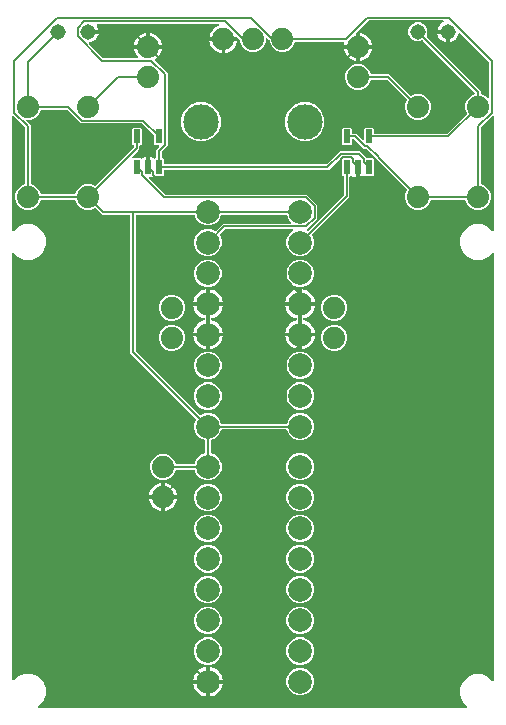
<source format=gbr>
G04 EAGLE Gerber RS-274X export*
G75*
%MOMM*%
%FSLAX34Y34*%
%LPD*%
%INTop Copper*%
%IPPOS*%
%AMOC8*
5,1,8,0,0,1.08239X$1,22.5*%
G01*
%ADD10C,1.879600*%
%ADD11C,1.308000*%
%ADD12C,2.000000*%
%ADD13R,0.550000X1.200000*%
%ADD14C,3.000000*%
%ADD15C,0.152400*%

G36*
X447454Y-750D02*
X447454Y-750D01*
X447525Y-748D01*
X447574Y-730D01*
X447626Y-722D01*
X447689Y-688D01*
X447756Y-663D01*
X447797Y-631D01*
X447843Y-606D01*
X447892Y-554D01*
X447948Y-510D01*
X447977Y-466D01*
X448012Y-428D01*
X448043Y-363D01*
X448081Y-303D01*
X448094Y-252D01*
X448116Y-205D01*
X448124Y-134D01*
X448141Y-64D01*
X448137Y-12D01*
X448143Y39D01*
X448128Y110D01*
X448122Y181D01*
X448102Y229D01*
X448091Y280D01*
X448054Y341D01*
X448026Y407D01*
X447981Y463D01*
X447965Y491D01*
X447947Y506D01*
X447921Y538D01*
X444347Y4112D01*
X442039Y9684D01*
X442039Y15716D01*
X444347Y21288D01*
X448612Y25553D01*
X454184Y27861D01*
X460216Y27861D01*
X465788Y25553D01*
X469362Y21979D01*
X469420Y21937D01*
X469472Y21888D01*
X469519Y21866D01*
X469561Y21835D01*
X469630Y21814D01*
X469695Y21784D01*
X469747Y21778D01*
X469797Y21763D01*
X469868Y21765D01*
X469939Y21757D01*
X469990Y21768D01*
X470042Y21769D01*
X470110Y21794D01*
X470180Y21809D01*
X470224Y21836D01*
X470273Y21854D01*
X470329Y21899D01*
X470391Y21935D01*
X470425Y21975D01*
X470465Y22007D01*
X470504Y22068D01*
X470551Y22122D01*
X470570Y22171D01*
X470598Y22214D01*
X470616Y22284D01*
X470643Y22350D01*
X470651Y22422D01*
X470659Y22453D01*
X470657Y22476D01*
X470661Y22517D01*
X470661Y383883D01*
X470650Y383954D01*
X470648Y384025D01*
X470630Y384074D01*
X470622Y384126D01*
X470588Y384189D01*
X470563Y384256D01*
X470531Y384297D01*
X470506Y384343D01*
X470455Y384392D01*
X470410Y384448D01*
X470366Y384477D01*
X470328Y384512D01*
X470263Y384543D01*
X470203Y384581D01*
X470152Y384594D01*
X470105Y384616D01*
X470034Y384624D01*
X469964Y384641D01*
X469912Y384637D01*
X469861Y384643D01*
X469790Y384628D01*
X469719Y384622D01*
X469671Y384602D01*
X469620Y384591D01*
X469559Y384554D01*
X469493Y384526D01*
X469437Y384481D01*
X469409Y384465D01*
X469394Y384447D01*
X469362Y384421D01*
X465788Y380847D01*
X460216Y378539D01*
X454184Y378539D01*
X448612Y380847D01*
X444347Y385112D01*
X442039Y390684D01*
X442039Y396716D01*
X444347Y402288D01*
X448612Y406553D01*
X454184Y408861D01*
X460216Y408861D01*
X465788Y406553D01*
X469362Y402979D01*
X469420Y402937D01*
X469472Y402888D01*
X469519Y402866D01*
X469561Y402835D01*
X469630Y402814D01*
X469695Y402784D01*
X469747Y402778D01*
X469797Y402763D01*
X469868Y402765D01*
X469939Y402757D01*
X469990Y402768D01*
X470042Y402769D01*
X470110Y402794D01*
X470180Y402809D01*
X470224Y402836D01*
X470273Y402854D01*
X470329Y402899D01*
X470391Y402935D01*
X470425Y402975D01*
X470465Y403007D01*
X470504Y403068D01*
X470551Y403122D01*
X470570Y403171D01*
X470598Y403214D01*
X470616Y403284D01*
X470643Y403350D01*
X470651Y403422D01*
X470659Y403453D01*
X470657Y403476D01*
X470661Y403517D01*
X470661Y499866D01*
X470650Y499937D01*
X470648Y500008D01*
X470630Y500057D01*
X470622Y500109D01*
X470588Y500172D01*
X470563Y500239D01*
X470531Y500280D01*
X470506Y500326D01*
X470455Y500375D01*
X470410Y500431D01*
X470366Y500459D01*
X470328Y500495D01*
X470263Y500526D01*
X470203Y500564D01*
X470152Y500577D01*
X470105Y500599D01*
X470034Y500607D01*
X469964Y500624D01*
X469912Y500620D01*
X469861Y500626D01*
X469790Y500611D01*
X469719Y500605D01*
X469671Y500585D01*
X469620Y500574D01*
X469559Y500537D01*
X469493Y500509D01*
X469437Y500464D01*
X469409Y500448D01*
X469394Y500430D01*
X469362Y500404D01*
X459710Y490752D01*
X459663Y490687D01*
X459650Y490673D01*
X459647Y490667D01*
X459597Y490609D01*
X459585Y490579D01*
X459566Y490552D01*
X459539Y490465D01*
X459505Y490381D01*
X459501Y490340D01*
X459494Y490317D01*
X459495Y490285D01*
X459487Y490214D01*
X459487Y443184D01*
X459506Y443069D01*
X459523Y442953D01*
X459525Y442948D01*
X459526Y442941D01*
X459581Y442839D01*
X459634Y442734D01*
X459639Y442730D01*
X459642Y442724D01*
X459726Y442644D01*
X459810Y442562D01*
X459816Y442558D01*
X459820Y442555D01*
X459837Y442547D01*
X459957Y442481D01*
X463387Y441060D01*
X466460Y437987D01*
X468123Y433973D01*
X468123Y429627D01*
X466460Y425613D01*
X463387Y422540D01*
X459373Y420877D01*
X455027Y420877D01*
X451013Y422540D01*
X447940Y425613D01*
X446519Y429043D01*
X446458Y429143D01*
X446398Y429243D01*
X446393Y429247D01*
X446390Y429252D01*
X446300Y429327D01*
X446211Y429403D01*
X446205Y429405D01*
X446200Y429409D01*
X446092Y429451D01*
X445983Y429495D01*
X445975Y429496D01*
X445970Y429497D01*
X445952Y429498D01*
X445816Y429513D01*
X417784Y429513D01*
X417669Y429494D01*
X417553Y429477D01*
X417548Y429475D01*
X417541Y429474D01*
X417439Y429419D01*
X417334Y429366D01*
X417330Y429361D01*
X417324Y429358D01*
X417244Y429274D01*
X417162Y429190D01*
X417158Y429184D01*
X417155Y429180D01*
X417147Y429163D01*
X417081Y429043D01*
X415660Y425613D01*
X412587Y422540D01*
X408573Y420877D01*
X404227Y420877D01*
X400213Y422540D01*
X397140Y425613D01*
X395477Y429627D01*
X395477Y433973D01*
X396898Y437403D01*
X396925Y437517D01*
X396953Y437630D01*
X396953Y437637D01*
X396954Y437643D01*
X396944Y437758D01*
X396934Y437876D01*
X396932Y437881D01*
X396931Y437888D01*
X396883Y437995D01*
X396838Y438102D01*
X396833Y438108D01*
X396831Y438112D01*
X396819Y438126D01*
X396755Y438206D01*
X396753Y438210D01*
X396750Y438212D01*
X396733Y438233D01*
X370835Y464131D01*
X370815Y464169D01*
X370779Y464253D01*
X370753Y464285D01*
X370742Y464306D01*
X370719Y464328D01*
X370674Y464384D01*
X362953Y472105D01*
X362879Y472158D01*
X362810Y472218D01*
X362780Y472230D01*
X362754Y472249D01*
X362666Y472276D01*
X362582Y472310D01*
X362541Y472314D01*
X362518Y472321D01*
X362486Y472320D01*
X362415Y472328D01*
X360456Y472328D01*
X352393Y480391D01*
X352319Y480444D01*
X352249Y480504D01*
X352219Y480516D01*
X352193Y480535D01*
X352106Y480562D01*
X352021Y480596D01*
X351980Y480600D01*
X351958Y480607D01*
X351926Y480606D01*
X351855Y480614D01*
X351136Y480614D01*
X351116Y480611D01*
X351097Y480613D01*
X350995Y480591D01*
X350893Y480575D01*
X350876Y480565D01*
X350856Y480561D01*
X350767Y480508D01*
X350676Y480459D01*
X350662Y480445D01*
X350645Y480435D01*
X350578Y480356D01*
X350506Y480281D01*
X350498Y480263D01*
X350485Y480248D01*
X350446Y480152D01*
X350403Y480058D01*
X350401Y480038D01*
X350393Y480020D01*
X350375Y479853D01*
X350375Y476269D01*
X349482Y475376D01*
X342718Y475376D01*
X341825Y476269D01*
X341825Y489533D01*
X342718Y490426D01*
X349482Y490426D01*
X350375Y489533D01*
X350375Y485949D01*
X350378Y485929D01*
X350376Y485910D01*
X350398Y485808D01*
X350414Y485706D01*
X350424Y485689D01*
X350428Y485669D01*
X350481Y485580D01*
X350530Y485489D01*
X350544Y485475D01*
X350554Y485458D01*
X350633Y485391D01*
X350708Y485319D01*
X350726Y485311D01*
X350741Y485298D01*
X350837Y485259D01*
X350931Y485216D01*
X350951Y485214D01*
X350969Y485206D01*
X351136Y485188D01*
X354064Y485188D01*
X359526Y479726D01*
X359584Y479684D01*
X359636Y479635D01*
X359683Y479613D01*
X359725Y479583D01*
X359794Y479562D01*
X359859Y479531D01*
X359911Y479526D01*
X359961Y479510D01*
X360032Y479512D01*
X360103Y479504D01*
X360154Y479515D01*
X360206Y479517D01*
X360274Y479541D01*
X360344Y479557D01*
X360389Y479583D01*
X360437Y479601D01*
X360493Y479646D01*
X360555Y479683D01*
X360589Y479722D01*
X360629Y479755D01*
X360668Y479815D01*
X360715Y479870D01*
X360734Y479918D01*
X360762Y479962D01*
X360780Y480031D01*
X360807Y480098D01*
X360815Y480169D01*
X360823Y480200D01*
X360821Y480224D01*
X360825Y480265D01*
X360825Y489533D01*
X361718Y490426D01*
X368482Y490426D01*
X369375Y489533D01*
X369375Y485949D01*
X369378Y485929D01*
X369376Y485910D01*
X369398Y485808D01*
X369414Y485706D01*
X369424Y485689D01*
X369428Y485669D01*
X369481Y485580D01*
X369530Y485489D01*
X369544Y485475D01*
X369554Y485458D01*
X369633Y485391D01*
X369708Y485319D01*
X369726Y485311D01*
X369741Y485298D01*
X369837Y485259D01*
X369931Y485216D01*
X369951Y485214D01*
X369969Y485206D01*
X370136Y485188D01*
X430838Y485188D01*
X430929Y485202D01*
X431019Y485210D01*
X431049Y485222D01*
X431081Y485227D01*
X431162Y485270D01*
X431246Y485306D01*
X431278Y485332D01*
X431299Y485343D01*
X431321Y485366D01*
X431377Y485411D01*
X447533Y501567D01*
X447601Y501661D01*
X447671Y501756D01*
X447673Y501762D01*
X447677Y501767D01*
X447711Y501878D01*
X447747Y501990D01*
X447747Y501996D01*
X447749Y502002D01*
X447746Y502119D01*
X447745Y502236D01*
X447743Y502243D01*
X447743Y502248D01*
X447736Y502265D01*
X447698Y502397D01*
X446277Y505827D01*
X446277Y510173D01*
X447940Y514187D01*
X451013Y517260D01*
X454443Y518681D01*
X454543Y518742D01*
X454643Y518802D01*
X454647Y518807D01*
X454652Y518810D01*
X454727Y518900D01*
X454803Y518989D01*
X454805Y518995D01*
X454809Y519000D01*
X454851Y519108D01*
X454895Y519217D01*
X454896Y519225D01*
X454897Y519230D01*
X454898Y519248D01*
X454913Y519384D01*
X454913Y519437D01*
X454908Y519472D01*
X454908Y519475D01*
X454906Y519481D01*
X454899Y519528D01*
X454891Y519618D01*
X454879Y519648D01*
X454874Y519680D01*
X454831Y519761D01*
X454795Y519845D01*
X454769Y519877D01*
X454758Y519898D01*
X454735Y519920D01*
X454690Y519976D01*
X410645Y564021D01*
X410551Y564089D01*
X410457Y564159D01*
X410451Y564161D01*
X410446Y564164D01*
X410335Y564198D01*
X410223Y564235D01*
X410217Y564235D01*
X410211Y564237D01*
X410094Y564234D01*
X409977Y564232D01*
X409970Y564230D01*
X409965Y564230D01*
X409947Y564224D01*
X409816Y564186D01*
X408004Y563435D01*
X404796Y563435D01*
X401832Y564663D01*
X399563Y566932D01*
X398335Y569896D01*
X398335Y573104D01*
X399563Y576068D01*
X401832Y578337D01*
X404796Y579565D01*
X408004Y579565D01*
X410968Y578337D01*
X413237Y576068D01*
X414465Y573104D01*
X414465Y569896D01*
X413714Y568084D01*
X413688Y567970D01*
X413659Y567857D01*
X413660Y567851D01*
X413658Y567845D01*
X413669Y567728D01*
X413678Y567612D01*
X413681Y567606D01*
X413681Y567600D01*
X413729Y567492D01*
X413775Y567386D01*
X413779Y567380D01*
X413781Y567375D01*
X413794Y567361D01*
X413879Y567255D01*
X459487Y521647D01*
X459487Y519384D01*
X459506Y519269D01*
X459523Y519153D01*
X459525Y519148D01*
X459526Y519141D01*
X459581Y519039D01*
X459634Y518934D01*
X459639Y518930D01*
X459642Y518924D01*
X459726Y518844D01*
X459810Y518762D01*
X459816Y518758D01*
X459820Y518755D01*
X459837Y518747D01*
X459957Y518681D01*
X463387Y517260D01*
X465298Y515349D01*
X465356Y515307D01*
X465408Y515258D01*
X465455Y515236D01*
X465497Y515206D01*
X465566Y515185D01*
X465631Y515154D01*
X465683Y515149D01*
X465733Y515133D01*
X465804Y515135D01*
X465875Y515127D01*
X465926Y515138D01*
X465978Y515140D01*
X466046Y515164D01*
X466116Y515180D01*
X466161Y515206D01*
X466209Y515224D01*
X466265Y515269D01*
X466327Y515306D01*
X466361Y515345D01*
X466401Y515378D01*
X466440Y515438D01*
X466487Y515493D01*
X466506Y515541D01*
X466534Y515585D01*
X466552Y515654D01*
X466579Y515721D01*
X466587Y515792D01*
X466595Y515823D01*
X466593Y515847D01*
X466597Y515888D01*
X466597Y545635D01*
X466583Y545725D01*
X466575Y545816D01*
X466563Y545846D01*
X466558Y545878D01*
X466515Y545959D01*
X466479Y546043D01*
X466453Y546075D01*
X466442Y546095D01*
X466419Y546118D01*
X466374Y546174D01*
X442064Y570484D01*
X441967Y570554D01*
X441870Y570625D01*
X441867Y570626D01*
X441864Y570628D01*
X441749Y570663D01*
X441635Y570699D01*
X441632Y570699D01*
X441629Y570700D01*
X441508Y570697D01*
X441389Y570695D01*
X441386Y570694D01*
X441383Y570694D01*
X441269Y570652D01*
X441158Y570612D01*
X441155Y570610D01*
X441152Y570609D01*
X441057Y570533D01*
X440964Y570460D01*
X440963Y570457D01*
X440960Y570455D01*
X440895Y570354D01*
X440830Y570254D01*
X440829Y570251D01*
X440827Y570249D01*
X440824Y570238D01*
X440779Y570094D01*
X440532Y568851D01*
X439847Y567199D01*
X438853Y565711D01*
X437589Y564447D01*
X436101Y563453D01*
X434449Y562768D01*
X433323Y562544D01*
X433323Y570738D01*
X433320Y570758D01*
X433322Y570777D01*
X433300Y570879D01*
X433283Y570981D01*
X433274Y570998D01*
X433270Y571018D01*
X433217Y571107D01*
X433168Y571198D01*
X433154Y571212D01*
X433144Y571229D01*
X433065Y571296D01*
X432990Y571367D01*
X432972Y571376D01*
X432957Y571389D01*
X432861Y571427D01*
X432767Y571471D01*
X432747Y571473D01*
X432729Y571481D01*
X432562Y571499D01*
X431799Y571499D01*
X431799Y572262D01*
X431796Y572282D01*
X431798Y572301D01*
X431776Y572403D01*
X431759Y572505D01*
X431750Y572522D01*
X431746Y572542D01*
X431693Y572631D01*
X431644Y572722D01*
X431630Y572736D01*
X431620Y572753D01*
X431541Y572820D01*
X431466Y572891D01*
X431448Y572900D01*
X431433Y572913D01*
X431337Y572952D01*
X431243Y572995D01*
X431223Y572997D01*
X431205Y573005D01*
X431038Y573023D01*
X422844Y573023D01*
X423068Y574149D01*
X423753Y575801D01*
X424747Y577289D01*
X426011Y578553D01*
X427499Y579547D01*
X427681Y579623D01*
X427764Y579674D01*
X427850Y579720D01*
X427868Y579738D01*
X427890Y579752D01*
X427952Y579827D01*
X428019Y579898D01*
X428030Y579922D01*
X428047Y579942D01*
X428082Y580033D01*
X428123Y580121D01*
X428126Y580147D01*
X428135Y580171D01*
X428139Y580269D01*
X428150Y580365D01*
X428144Y580391D01*
X428145Y580417D01*
X428118Y580511D01*
X428098Y580606D01*
X428084Y580628D01*
X428077Y580653D01*
X428021Y580733D01*
X427971Y580817D01*
X427952Y580834D01*
X427937Y580855D01*
X427859Y580913D01*
X427784Y580977D01*
X427760Y580987D01*
X427739Y581002D01*
X427647Y581032D01*
X427556Y581069D01*
X427524Y581072D01*
X427505Y581078D01*
X427473Y581078D01*
X427390Y581087D01*
X364913Y581087D01*
X364823Y581073D01*
X364732Y581065D01*
X364702Y581053D01*
X364670Y581048D01*
X364589Y581005D01*
X364506Y580969D01*
X364473Y580943D01*
X364453Y580932D01*
X364431Y580909D01*
X364375Y580864D01*
X354300Y570789D01*
X354247Y570716D01*
X354187Y570646D01*
X354175Y570616D01*
X354156Y570590D01*
X354129Y570503D01*
X354095Y570418D01*
X354091Y570377D01*
X354084Y570355D01*
X354085Y570322D01*
X354077Y570251D01*
X354077Y560323D01*
X343754Y560323D01*
X343955Y561596D01*
X344092Y562017D01*
X344094Y562033D01*
X344101Y562047D01*
X344113Y562153D01*
X344129Y562260D01*
X344127Y562276D01*
X344128Y562291D01*
X344106Y562396D01*
X344087Y562502D01*
X344079Y562516D01*
X344076Y562532D01*
X344021Y562624D01*
X343970Y562718D01*
X343958Y562729D01*
X343950Y562743D01*
X343869Y562813D01*
X343790Y562886D01*
X343775Y562892D01*
X343763Y562903D01*
X343663Y562943D01*
X343565Y562987D01*
X343550Y562989D01*
X343535Y562995D01*
X343368Y563013D01*
X303084Y563013D01*
X302969Y562994D01*
X302853Y562977D01*
X302848Y562975D01*
X302841Y562974D01*
X302739Y562919D01*
X302634Y562866D01*
X302630Y562861D01*
X302624Y562858D01*
X302544Y562774D01*
X302462Y562690D01*
X302458Y562684D01*
X302455Y562680D01*
X302447Y562663D01*
X302381Y562543D01*
X300960Y559113D01*
X297887Y556040D01*
X293873Y554377D01*
X289527Y554377D01*
X285513Y556040D01*
X282440Y559113D01*
X280777Y563127D01*
X280777Y564197D01*
X280763Y564287D01*
X280755Y564378D01*
X280743Y564408D01*
X280738Y564440D01*
X280695Y564521D01*
X280659Y564605D01*
X280633Y564637D01*
X280622Y564657D01*
X280599Y564680D01*
X280554Y564735D01*
X278922Y566368D01*
X278864Y566409D01*
X278812Y566459D01*
X278765Y566481D01*
X278723Y566511D01*
X278654Y566532D01*
X278589Y566562D01*
X278537Y566568D01*
X278487Y566583D01*
X278416Y566582D01*
X278345Y566589D01*
X278294Y566578D01*
X278242Y566577D01*
X278174Y566552D01*
X278104Y566537D01*
X278060Y566511D01*
X278011Y566493D01*
X277955Y566448D01*
X277893Y566411D01*
X277859Y566371D01*
X277819Y566339D01*
X277780Y566279D01*
X277733Y566224D01*
X277714Y566176D01*
X277686Y566132D01*
X277668Y566063D01*
X277641Y565996D01*
X277633Y565925D01*
X277625Y565893D01*
X277627Y565870D01*
X277623Y565829D01*
X277623Y563127D01*
X275960Y559113D01*
X272887Y556040D01*
X268873Y554377D01*
X264527Y554377D01*
X260513Y556040D01*
X257440Y559113D01*
X255777Y563127D01*
X255777Y564197D01*
X255763Y564287D01*
X255755Y564378D01*
X255743Y564408D01*
X255738Y564440D01*
X255695Y564521D01*
X255659Y564604D01*
X255633Y564637D01*
X255622Y564657D01*
X255599Y564679D01*
X255554Y564735D01*
X253690Y566600D01*
X253616Y566653D01*
X253546Y566713D01*
X253516Y566725D01*
X253490Y566744D01*
X253403Y566771D01*
X253318Y566805D01*
X253277Y566809D01*
X253255Y566816D01*
X253223Y566815D01*
X253151Y566823D01*
X242462Y566823D01*
X242442Y566820D01*
X242423Y566822D01*
X242321Y566800D01*
X242219Y566783D01*
X242202Y566774D01*
X242182Y566770D01*
X242093Y566717D01*
X242002Y566668D01*
X241988Y566654D01*
X241971Y566644D01*
X241904Y566565D01*
X241833Y566490D01*
X241824Y566472D01*
X241811Y566457D01*
X241773Y566361D01*
X241729Y566267D01*
X241727Y566247D01*
X241719Y566229D01*
X241701Y566062D01*
X241701Y565299D01*
X241699Y565299D01*
X241699Y566062D01*
X241696Y566082D01*
X241698Y566101D01*
X241676Y566203D01*
X241659Y566305D01*
X241650Y566322D01*
X241646Y566342D01*
X241593Y566431D01*
X241544Y566522D01*
X241530Y566536D01*
X241520Y566553D01*
X241441Y566620D01*
X241366Y566691D01*
X241348Y566700D01*
X241333Y566713D01*
X241237Y566752D01*
X241143Y566795D01*
X241123Y566797D01*
X241105Y566805D01*
X240938Y566823D01*
X229854Y566823D01*
X230055Y568096D01*
X230636Y569883D01*
X231489Y571557D01*
X232594Y573078D01*
X233922Y574406D01*
X235443Y575511D01*
X237117Y576364D01*
X237702Y576554D01*
X237705Y576556D01*
X237709Y576557D01*
X237814Y576612D01*
X237920Y576667D01*
X237923Y576670D01*
X237927Y576672D01*
X238008Y576758D01*
X238092Y576843D01*
X238093Y576847D01*
X238096Y576850D01*
X238146Y576958D01*
X238198Y577065D01*
X238198Y577069D01*
X238200Y577073D01*
X238213Y577190D01*
X238227Y577310D01*
X238226Y577314D01*
X238227Y577317D01*
X238202Y577433D01*
X238177Y577550D01*
X238175Y577554D01*
X238175Y577558D01*
X238113Y577660D01*
X238053Y577763D01*
X238050Y577766D01*
X238048Y577769D01*
X237958Y577847D01*
X237868Y577925D01*
X237864Y577926D01*
X237861Y577929D01*
X237750Y577974D01*
X237641Y578019D01*
X237637Y578019D01*
X237633Y578021D01*
X237467Y578039D01*
X134976Y578039D01*
X134858Y578020D01*
X134739Y578001D01*
X134736Y578000D01*
X134733Y578000D01*
X134628Y577944D01*
X134521Y577888D01*
X134519Y577886D01*
X134516Y577884D01*
X134434Y577798D01*
X134350Y577711D01*
X134349Y577708D01*
X134347Y577706D01*
X134297Y577598D01*
X134245Y577489D01*
X134244Y577486D01*
X134243Y577483D01*
X134230Y577365D01*
X134216Y577245D01*
X134216Y577242D01*
X134216Y577239D01*
X134241Y577122D01*
X134266Y577004D01*
X134268Y577001D01*
X134268Y576998D01*
X134274Y576989D01*
X134343Y576855D01*
X135047Y575801D01*
X135732Y574149D01*
X135956Y573023D01*
X127762Y573023D01*
X127742Y573020D01*
X127723Y573022D01*
X127621Y573000D01*
X127519Y572983D01*
X127502Y572974D01*
X127482Y572970D01*
X127393Y572917D01*
X127302Y572868D01*
X127288Y572854D01*
X127271Y572844D01*
X127204Y572765D01*
X127133Y572690D01*
X127124Y572672D01*
X127111Y572657D01*
X127073Y572561D01*
X127029Y572467D01*
X127027Y572447D01*
X127019Y572429D01*
X127001Y572262D01*
X127001Y570738D01*
X127004Y570718D01*
X127002Y570699D01*
X127024Y570597D01*
X127041Y570495D01*
X127050Y570478D01*
X127054Y570458D01*
X127107Y570369D01*
X127156Y570278D01*
X127170Y570264D01*
X127180Y570247D01*
X127259Y570180D01*
X127334Y570109D01*
X127352Y570100D01*
X127367Y570087D01*
X127463Y570048D01*
X127557Y570005D01*
X127577Y570003D01*
X127595Y569995D01*
X127762Y569977D01*
X135956Y569977D01*
X135732Y568851D01*
X135047Y567199D01*
X134053Y565711D01*
X132789Y564447D01*
X131301Y563453D01*
X129649Y562768D01*
X128406Y562521D01*
X128294Y562479D01*
X128181Y562438D01*
X128178Y562436D01*
X128175Y562435D01*
X128082Y562359D01*
X127989Y562284D01*
X127987Y562281D01*
X127985Y562279D01*
X127921Y562179D01*
X127856Y562077D01*
X127855Y562074D01*
X127853Y562071D01*
X127825Y561955D01*
X127796Y561839D01*
X127796Y561835D01*
X127795Y561832D01*
X127806Y561713D01*
X127815Y561593D01*
X127816Y561590D01*
X127816Y561587D01*
X127865Y561475D01*
X127911Y561367D01*
X127913Y561364D01*
X127914Y561362D01*
X127922Y561353D01*
X128016Y561236D01*
X139626Y549626D01*
X139700Y549573D01*
X139770Y549513D01*
X139800Y549501D01*
X139826Y549482D01*
X139913Y549455D01*
X139998Y549421D01*
X140039Y549417D01*
X140061Y549410D01*
X140093Y549411D01*
X140165Y549403D01*
X168476Y549403D01*
X168546Y549414D01*
X168618Y549416D01*
X168667Y549434D01*
X168718Y549442D01*
X168782Y549476D01*
X168849Y549501D01*
X168890Y549533D01*
X168936Y549558D01*
X168985Y549609D01*
X169041Y549654D01*
X169069Y549698D01*
X169105Y549736D01*
X169135Y549801D01*
X169174Y549861D01*
X169187Y549912D01*
X169209Y549959D01*
X169217Y550030D01*
X169234Y550100D01*
X169230Y550152D01*
X169236Y550203D01*
X169221Y550274D01*
X169215Y550345D01*
X169195Y550393D01*
X169184Y550444D01*
X169147Y550505D01*
X169119Y550571D01*
X169074Y550627D01*
X169057Y550655D01*
X169040Y550670D01*
X169014Y550702D01*
X168694Y551022D01*
X167589Y552543D01*
X166736Y554217D01*
X166155Y556004D01*
X165954Y557277D01*
X177038Y557277D01*
X177058Y557280D01*
X177077Y557278D01*
X177179Y557300D01*
X177281Y557317D01*
X177298Y557326D01*
X177318Y557330D01*
X177407Y557383D01*
X177498Y557432D01*
X177512Y557446D01*
X177529Y557456D01*
X177596Y557535D01*
X177667Y557610D01*
X177676Y557628D01*
X177689Y557643D01*
X177727Y557739D01*
X177771Y557833D01*
X177773Y557853D01*
X177781Y557871D01*
X177799Y558038D01*
X177799Y558801D01*
X177801Y558801D01*
X177801Y558038D01*
X177804Y558018D01*
X177802Y557999D01*
X177824Y557897D01*
X177841Y557795D01*
X177850Y557778D01*
X177854Y557758D01*
X177907Y557669D01*
X177956Y557578D01*
X177970Y557564D01*
X177980Y557547D01*
X178059Y557480D01*
X178134Y557409D01*
X178152Y557400D01*
X178167Y557387D01*
X178263Y557348D01*
X178357Y557305D01*
X178377Y557303D01*
X178395Y557295D01*
X178562Y557277D01*
X189646Y557277D01*
X189445Y556004D01*
X188864Y554217D01*
X188011Y552543D01*
X186906Y551022D01*
X185578Y549694D01*
X184057Y548589D01*
X183872Y548495D01*
X183859Y548485D01*
X183844Y548480D01*
X183761Y548413D01*
X183674Y548349D01*
X183665Y548336D01*
X183652Y548326D01*
X183594Y548236D01*
X183532Y548148D01*
X183528Y548133D01*
X183519Y548119D01*
X183493Y548015D01*
X183462Y547912D01*
X183463Y547896D01*
X183459Y547881D01*
X183467Y547774D01*
X183471Y547666D01*
X183477Y547651D01*
X183478Y547635D01*
X183520Y547537D01*
X183558Y547436D01*
X183568Y547424D01*
X183575Y547409D01*
X183679Y547278D01*
X193060Y537897D01*
X194623Y536335D01*
X194623Y475007D01*
X189810Y470194D01*
X189762Y470128D01*
X189754Y470119D01*
X189752Y470114D01*
X189697Y470050D01*
X189685Y470020D01*
X189666Y469994D01*
X189639Y469907D01*
X189605Y469822D01*
X189601Y469781D01*
X189594Y469759D01*
X189595Y469727D01*
X189587Y469656D01*
X189587Y465185D01*
X189590Y465165D01*
X189588Y465146D01*
X189610Y465044D01*
X189626Y464942D01*
X189636Y464925D01*
X189640Y464905D01*
X189693Y464816D01*
X189742Y464725D01*
X189756Y464711D01*
X189766Y464694D01*
X189845Y464627D01*
X189920Y464555D01*
X189938Y464547D01*
X189953Y464534D01*
X190049Y464495D01*
X190143Y464452D01*
X190163Y464450D01*
X190181Y464442D01*
X190348Y464424D01*
X190682Y464424D01*
X191575Y463531D01*
X191575Y459947D01*
X191578Y459927D01*
X191576Y459908D01*
X191598Y459806D01*
X191614Y459704D01*
X191624Y459687D01*
X191628Y459667D01*
X191681Y459578D01*
X191730Y459487D01*
X191744Y459473D01*
X191754Y459456D01*
X191833Y459389D01*
X191908Y459317D01*
X191926Y459309D01*
X191941Y459296D01*
X192037Y459257D01*
X192131Y459214D01*
X192151Y459212D01*
X192169Y459204D01*
X192336Y459186D01*
X328544Y459186D01*
X328634Y459200D01*
X328725Y459208D01*
X328755Y459220D01*
X328787Y459225D01*
X328867Y459268D01*
X328951Y459304D01*
X328983Y459330D01*
X329004Y459341D01*
X329026Y459364D01*
X329082Y459409D01*
X340193Y470520D01*
X357196Y470520D01*
X363069Y464647D01*
X363143Y464594D01*
X363212Y464534D01*
X363243Y464522D01*
X363269Y464503D01*
X363356Y464476D01*
X363441Y464442D01*
X363482Y464438D01*
X363504Y464431D01*
X363536Y464432D01*
X363607Y464424D01*
X368482Y464424D01*
X369375Y463531D01*
X369375Y450267D01*
X368482Y449374D01*
X361718Y449374D01*
X361586Y449506D01*
X361491Y449575D01*
X361394Y449646D01*
X361390Y449648D01*
X361387Y449650D01*
X361273Y449685D01*
X361160Y449721D01*
X361155Y449721D01*
X361152Y449722D01*
X361033Y449719D01*
X360914Y449717D01*
X360910Y449716D01*
X360906Y449716D01*
X360795Y449675D01*
X360682Y449636D01*
X360679Y449633D01*
X360675Y449632D01*
X360582Y449557D01*
X360488Y449484D01*
X360485Y449480D01*
X360483Y449478D01*
X360475Y449466D01*
X360389Y449349D01*
X360383Y449339D01*
X359910Y448866D01*
X359331Y448531D01*
X358684Y448358D01*
X356974Y448358D01*
X356974Y456286D01*
X356971Y456305D01*
X356973Y456325D01*
X356951Y456427D01*
X356935Y456529D01*
X356925Y456546D01*
X356921Y456566D01*
X356868Y456655D01*
X356819Y456746D01*
X356805Y456760D01*
X356795Y456777D01*
X356716Y456844D01*
X356641Y456915D01*
X356623Y456924D01*
X356608Y456937D01*
X356512Y456975D01*
X356418Y457019D01*
X356398Y457021D01*
X356380Y457029D01*
X356213Y457047D01*
X354987Y457047D01*
X354967Y457044D01*
X354947Y457046D01*
X354846Y457024D01*
X354744Y457007D01*
X354727Y456998D01*
X354707Y456994D01*
X354618Y456941D01*
X354527Y456892D01*
X354513Y456878D01*
X354496Y456868D01*
X354429Y456789D01*
X354357Y456714D01*
X354349Y456696D01*
X354336Y456681D01*
X354297Y456584D01*
X354254Y456491D01*
X354252Y456471D01*
X354244Y456453D01*
X354226Y456286D01*
X354226Y448358D01*
X352516Y448358D01*
X351869Y448531D01*
X351290Y448866D01*
X350817Y449339D01*
X350811Y449349D01*
X350736Y449440D01*
X350662Y449534D01*
X350658Y449536D01*
X350655Y449539D01*
X350556Y449602D01*
X350455Y449667D01*
X350451Y449668D01*
X350447Y449670D01*
X350332Y449698D01*
X350216Y449727D01*
X350212Y449726D01*
X350208Y449727D01*
X350089Y449717D01*
X349971Y449708D01*
X349967Y449706D01*
X349963Y449706D01*
X349855Y449658D01*
X349745Y449611D01*
X349741Y449608D01*
X349738Y449607D01*
X349728Y449598D01*
X349614Y449506D01*
X349482Y449374D01*
X349148Y449374D01*
X349128Y449371D01*
X349109Y449373D01*
X349007Y449351D01*
X348905Y449335D01*
X348888Y449325D01*
X348868Y449321D01*
X348779Y449268D01*
X348688Y449219D01*
X348674Y449205D01*
X348657Y449195D01*
X348590Y449116D01*
X348518Y449041D01*
X348510Y449023D01*
X348497Y449008D01*
X348458Y448912D01*
X348415Y448818D01*
X348413Y448798D01*
X348405Y448780D01*
X348387Y448613D01*
X348387Y431653D01*
X316727Y399994D01*
X316659Y399899D01*
X316590Y399805D01*
X316588Y399799D01*
X316584Y399794D01*
X316550Y399683D01*
X316513Y399571D01*
X316513Y399565D01*
X316512Y399559D01*
X316515Y399442D01*
X316516Y399325D01*
X316518Y399318D01*
X316518Y399313D01*
X316524Y399295D01*
X316562Y399164D01*
X318125Y395392D01*
X318125Y390808D01*
X316370Y386572D01*
X313128Y383330D01*
X308892Y381575D01*
X304308Y381575D01*
X300072Y383330D01*
X296830Y386572D01*
X295075Y390808D01*
X295075Y395392D01*
X296830Y399628D01*
X300072Y402870D01*
X300537Y403063D01*
X300619Y403114D01*
X300705Y403160D01*
X300723Y403179D01*
X300746Y403192D01*
X300808Y403267D01*
X300875Y403338D01*
X300886Y403362D01*
X300902Y403382D01*
X300937Y403473D01*
X300978Y403561D01*
X300981Y403587D01*
X300991Y403611D01*
X300995Y403709D01*
X301006Y403805D01*
X301000Y403831D01*
X301001Y403857D01*
X300974Y403951D01*
X300953Y404046D01*
X300940Y404068D01*
X300933Y404093D01*
X300877Y404173D01*
X300827Y404257D01*
X300807Y404274D01*
X300792Y404295D01*
X300714Y404353D01*
X300640Y404417D01*
X300616Y404427D01*
X300595Y404442D01*
X300502Y404472D01*
X300412Y404509D01*
X300380Y404512D01*
X300361Y404518D01*
X300328Y404518D01*
X300245Y404527D01*
X243577Y404527D01*
X243486Y404513D01*
X243396Y404505D01*
X243366Y404493D01*
X243334Y404488D01*
X243253Y404445D01*
X243169Y404409D01*
X243137Y404383D01*
X243116Y404372D01*
X243094Y404349D01*
X243038Y404304D01*
X238727Y399994D01*
X238659Y399898D01*
X238590Y399805D01*
X238588Y399799D01*
X238584Y399794D01*
X238550Y399682D01*
X238513Y399571D01*
X238513Y399565D01*
X238512Y399559D01*
X238515Y399442D01*
X238516Y399325D01*
X238518Y399318D01*
X238518Y399313D01*
X238524Y399295D01*
X238562Y399164D01*
X240125Y395392D01*
X240125Y390808D01*
X238370Y386572D01*
X235128Y383330D01*
X230892Y381575D01*
X226308Y381575D01*
X222072Y383330D01*
X218830Y386572D01*
X217075Y390808D01*
X217075Y395392D01*
X218830Y399628D01*
X222072Y402870D01*
X226308Y404625D01*
X230892Y404625D01*
X234664Y403062D01*
X234778Y403036D01*
X234891Y403007D01*
X234897Y403008D01*
X234903Y403006D01*
X235020Y403017D01*
X235136Y403026D01*
X235142Y403029D01*
X235148Y403029D01*
X235256Y403077D01*
X235363Y403123D01*
X235368Y403127D01*
X235373Y403129D01*
X235387Y403142D01*
X235494Y403227D01*
X241367Y409101D01*
X298463Y409101D01*
X298534Y409112D01*
X298605Y409114D01*
X298654Y409132D01*
X298706Y409140D01*
X298769Y409174D01*
X298836Y409199D01*
X298877Y409231D01*
X298923Y409256D01*
X298973Y409308D01*
X299029Y409352D01*
X299057Y409396D01*
X299093Y409434D01*
X299123Y409499D01*
X299162Y409559D01*
X299174Y409610D01*
X299196Y409657D01*
X299204Y409728D01*
X299222Y409798D01*
X299218Y409850D01*
X299223Y409901D01*
X299208Y409972D01*
X299202Y410043D01*
X299182Y410091D01*
X299171Y410142D01*
X299134Y410203D01*
X299106Y410269D01*
X299061Y410325D01*
X299045Y410353D01*
X299027Y410368D01*
X299001Y410400D01*
X296830Y412572D01*
X295268Y416343D01*
X295206Y416443D01*
X295146Y416543D01*
X295141Y416547D01*
X295138Y416552D01*
X295048Y416627D01*
X294959Y416703D01*
X294953Y416705D01*
X294948Y416709D01*
X294840Y416751D01*
X294731Y416795D01*
X294723Y416796D01*
X294719Y416797D01*
X294701Y416798D01*
X294564Y416813D01*
X240636Y416813D01*
X240521Y416794D01*
X240405Y416777D01*
X240399Y416775D01*
X240393Y416774D01*
X240290Y416719D01*
X240186Y416666D01*
X240181Y416661D01*
X240176Y416658D01*
X240096Y416574D01*
X240013Y416490D01*
X240010Y416484D01*
X240006Y416480D01*
X239998Y416463D01*
X239932Y416343D01*
X238370Y412572D01*
X235128Y409330D01*
X230892Y407575D01*
X226308Y407575D01*
X222072Y409330D01*
X218830Y412572D01*
X217268Y416343D01*
X217206Y416443D01*
X217146Y416543D01*
X217141Y416547D01*
X217138Y416552D01*
X217048Y416627D01*
X216959Y416703D01*
X216953Y416705D01*
X216948Y416709D01*
X216840Y416751D01*
X216731Y416795D01*
X216723Y416796D01*
X216719Y416797D01*
X216701Y416798D01*
X216564Y416813D01*
X168148Y416813D01*
X168128Y416810D01*
X168109Y416812D01*
X168007Y416790D01*
X167905Y416774D01*
X167888Y416764D01*
X167868Y416760D01*
X167779Y416707D01*
X167688Y416658D01*
X167674Y416644D01*
X167657Y416634D01*
X167590Y416555D01*
X167518Y416480D01*
X167510Y416462D01*
X167497Y416447D01*
X167458Y416351D01*
X167415Y416257D01*
X167413Y416237D01*
X167405Y416219D01*
X167387Y416052D01*
X167387Y301863D01*
X167401Y301772D01*
X167409Y301682D01*
X167421Y301652D01*
X167426Y301620D01*
X167469Y301539D01*
X167505Y301455D01*
X167531Y301423D01*
X167542Y301402D01*
X167565Y301380D01*
X167610Y301324D01*
X221706Y247228D01*
X221800Y247160D01*
X221895Y247090D01*
X221901Y247088D01*
X221906Y247084D01*
X222017Y247050D01*
X222129Y247013D01*
X222135Y247013D01*
X222141Y247012D01*
X222258Y247015D01*
X222375Y247016D01*
X222382Y247018D01*
X222387Y247018D01*
X222405Y247024D01*
X222536Y247062D01*
X226308Y248625D01*
X230892Y248625D01*
X235128Y246870D01*
X238370Y243628D01*
X239932Y239857D01*
X239994Y239757D01*
X240054Y239657D01*
X240059Y239653D01*
X240062Y239648D01*
X240152Y239573D01*
X240241Y239497D01*
X240247Y239495D01*
X240252Y239491D01*
X240360Y239449D01*
X240469Y239405D01*
X240477Y239404D01*
X240481Y239403D01*
X240499Y239402D01*
X240636Y239387D01*
X294564Y239387D01*
X294679Y239406D01*
X294795Y239423D01*
X294801Y239425D01*
X294807Y239426D01*
X294910Y239481D01*
X295014Y239534D01*
X295019Y239539D01*
X295024Y239542D01*
X295104Y239626D01*
X295187Y239710D01*
X295190Y239716D01*
X295194Y239720D01*
X295202Y239737D01*
X295268Y239857D01*
X296830Y243628D01*
X300072Y246870D01*
X304308Y248625D01*
X308892Y248625D01*
X313128Y246870D01*
X316370Y243628D01*
X318125Y239392D01*
X318125Y234808D01*
X316370Y230572D01*
X313128Y227330D01*
X308892Y225575D01*
X304308Y225575D01*
X300072Y227330D01*
X296830Y230572D01*
X295268Y234343D01*
X295206Y234443D01*
X295146Y234543D01*
X295141Y234547D01*
X295138Y234552D01*
X295048Y234627D01*
X294959Y234703D01*
X294953Y234705D01*
X294948Y234709D01*
X294840Y234751D01*
X294731Y234795D01*
X294723Y234796D01*
X294719Y234797D01*
X294701Y234798D01*
X294564Y234813D01*
X240636Y234813D01*
X240521Y234794D01*
X240405Y234777D01*
X240399Y234775D01*
X240393Y234774D01*
X240290Y234719D01*
X240186Y234666D01*
X240181Y234661D01*
X240176Y234658D01*
X240096Y234574D01*
X240013Y234490D01*
X240010Y234484D01*
X240006Y234480D01*
X239998Y234463D01*
X239932Y234343D01*
X238370Y230572D01*
X235128Y227330D01*
X231357Y225768D01*
X231257Y225706D01*
X231157Y225646D01*
X231153Y225641D01*
X231148Y225638D01*
X231073Y225548D01*
X230997Y225459D01*
X230995Y225453D01*
X230991Y225448D01*
X230949Y225340D01*
X230905Y225231D01*
X230904Y225223D01*
X230903Y225219D01*
X230902Y225201D01*
X230887Y225064D01*
X230887Y215236D01*
X230906Y215121D01*
X230923Y215005D01*
X230925Y214999D01*
X230926Y214993D01*
X230981Y214890D01*
X231034Y214786D01*
X231039Y214781D01*
X231042Y214776D01*
X231126Y214696D01*
X231210Y214613D01*
X231216Y214610D01*
X231220Y214606D01*
X231237Y214598D01*
X231357Y214532D01*
X235128Y212970D01*
X238370Y209728D01*
X240125Y205492D01*
X240125Y200908D01*
X238370Y196672D01*
X235128Y193430D01*
X230892Y191675D01*
X226308Y191675D01*
X222072Y193430D01*
X218830Y196672D01*
X217268Y200443D01*
X217206Y200542D01*
X217146Y200643D01*
X217141Y200647D01*
X217138Y200652D01*
X217048Y200727D01*
X216959Y200803D01*
X216953Y200805D01*
X216948Y200809D01*
X216840Y200851D01*
X216731Y200895D01*
X216723Y200896D01*
X216719Y200897D01*
X216701Y200898D01*
X216564Y200913D01*
X201884Y200913D01*
X201769Y200894D01*
X201653Y200877D01*
X201648Y200875D01*
X201641Y200874D01*
X201539Y200819D01*
X201434Y200766D01*
X201430Y200761D01*
X201424Y200758D01*
X201344Y200674D01*
X201262Y200590D01*
X201258Y200584D01*
X201255Y200580D01*
X201247Y200563D01*
X201181Y200443D01*
X199760Y197013D01*
X196687Y193940D01*
X192673Y192277D01*
X188327Y192277D01*
X184313Y193940D01*
X181240Y197013D01*
X179577Y201027D01*
X179577Y205373D01*
X181240Y209387D01*
X184313Y212460D01*
X188327Y214123D01*
X192673Y214123D01*
X196687Y212460D01*
X199760Y209387D01*
X201181Y205957D01*
X201242Y205857D01*
X201302Y205757D01*
X201307Y205753D01*
X201310Y205748D01*
X201400Y205673D01*
X201489Y205597D01*
X201495Y205595D01*
X201500Y205591D01*
X201608Y205549D01*
X201717Y205505D01*
X201725Y205504D01*
X201730Y205503D01*
X201748Y205502D01*
X201884Y205487D01*
X216564Y205487D01*
X216679Y205506D01*
X216795Y205523D01*
X216801Y205525D01*
X216807Y205526D01*
X216910Y205581D01*
X217014Y205634D01*
X217019Y205639D01*
X217024Y205642D01*
X217104Y205726D01*
X217187Y205810D01*
X217190Y205816D01*
X217194Y205820D01*
X217202Y205837D01*
X217268Y205957D01*
X218830Y209728D01*
X222072Y212970D01*
X225843Y214532D01*
X225943Y214594D01*
X226043Y214654D01*
X226047Y214659D01*
X226052Y214662D01*
X226127Y214752D01*
X226203Y214841D01*
X226205Y214847D01*
X226209Y214852D01*
X226251Y214960D01*
X226295Y215069D01*
X226296Y215077D01*
X226297Y215081D01*
X226298Y215099D01*
X226313Y215236D01*
X226313Y225064D01*
X226294Y225179D01*
X226277Y225295D01*
X226275Y225301D01*
X226274Y225307D01*
X226219Y225410D01*
X226166Y225514D01*
X226161Y225519D01*
X226158Y225524D01*
X226074Y225604D01*
X225990Y225687D01*
X225984Y225690D01*
X225980Y225694D01*
X225963Y225702D01*
X225843Y225768D01*
X222072Y227330D01*
X218830Y230572D01*
X217075Y234808D01*
X217075Y239392D01*
X218638Y243164D01*
X218664Y243278D01*
X218693Y243391D01*
X218692Y243397D01*
X218694Y243403D01*
X218683Y243520D01*
X218674Y243636D01*
X218671Y243642D01*
X218671Y243648D01*
X218623Y243755D01*
X218577Y243863D01*
X218573Y243868D01*
X218571Y243873D01*
X218558Y243887D01*
X218472Y243994D01*
X162813Y299653D01*
X162813Y416052D01*
X162810Y416072D01*
X162812Y416091D01*
X162790Y416193D01*
X162774Y416295D01*
X162764Y416312D01*
X162760Y416332D01*
X162707Y416421D01*
X162658Y416512D01*
X162644Y416526D01*
X162634Y416543D01*
X162555Y416610D01*
X162480Y416682D01*
X162462Y416690D01*
X162447Y416703D01*
X162351Y416742D01*
X162257Y416785D01*
X162237Y416787D01*
X162219Y416795D01*
X162052Y416813D01*
X138753Y416813D01*
X133433Y422133D01*
X133339Y422201D01*
X133244Y422271D01*
X133238Y422273D01*
X133233Y422277D01*
X133122Y422311D01*
X133010Y422347D01*
X133004Y422347D01*
X132998Y422349D01*
X132881Y422346D01*
X132764Y422345D01*
X132757Y422343D01*
X132752Y422343D01*
X132735Y422336D01*
X132603Y422298D01*
X129173Y420877D01*
X124827Y420877D01*
X120813Y422540D01*
X117740Y425613D01*
X116319Y429043D01*
X116258Y429143D01*
X116198Y429243D01*
X116193Y429247D01*
X116190Y429252D01*
X116100Y429327D01*
X116011Y429403D01*
X116005Y429405D01*
X116000Y429409D01*
X115892Y429451D01*
X115783Y429495D01*
X115775Y429496D01*
X115770Y429497D01*
X115752Y429498D01*
X115616Y429513D01*
X87584Y429513D01*
X87469Y429494D01*
X87353Y429477D01*
X87348Y429475D01*
X87341Y429474D01*
X87239Y429419D01*
X87134Y429366D01*
X87130Y429361D01*
X87124Y429358D01*
X87044Y429274D01*
X86962Y429190D01*
X86958Y429184D01*
X86955Y429180D01*
X86947Y429163D01*
X86881Y429043D01*
X85460Y425613D01*
X82387Y422540D01*
X78373Y420877D01*
X74027Y420877D01*
X70013Y422540D01*
X66940Y425613D01*
X65277Y429627D01*
X65277Y433973D01*
X66940Y437987D01*
X70013Y441060D01*
X73443Y442481D01*
X73543Y442542D01*
X73643Y442602D01*
X73647Y442607D01*
X73652Y442610D01*
X73727Y442700D01*
X73803Y442789D01*
X73805Y442795D01*
X73809Y442800D01*
X73851Y442908D01*
X73895Y443017D01*
X73896Y443025D01*
X73897Y443030D01*
X73898Y443048D01*
X73913Y443184D01*
X73913Y490214D01*
X73899Y490304D01*
X73891Y490395D01*
X73879Y490425D01*
X73874Y490457D01*
X73831Y490537D01*
X73795Y490621D01*
X73769Y490653D01*
X73758Y490674D01*
X73735Y490696D01*
X73690Y490752D01*
X64038Y500404D01*
X63980Y500446D01*
X63928Y500495D01*
X63881Y500517D01*
X63839Y500548D01*
X63770Y500569D01*
X63705Y500599D01*
X63653Y500605D01*
X63603Y500620D01*
X63532Y500618D01*
X63461Y500626D01*
X63410Y500615D01*
X63358Y500614D01*
X63290Y500589D01*
X63220Y500574D01*
X63176Y500547D01*
X63127Y500529D01*
X63071Y500484D01*
X63009Y500448D01*
X62975Y500408D01*
X62935Y500375D01*
X62896Y500315D01*
X62849Y500261D01*
X62830Y500212D01*
X62802Y500169D01*
X62784Y500099D01*
X62757Y500033D01*
X62749Y499961D01*
X62741Y499930D01*
X62743Y499907D01*
X62739Y499866D01*
X62739Y403517D01*
X62750Y403446D01*
X62752Y403375D01*
X62770Y403326D01*
X62779Y403274D01*
X62812Y403211D01*
X62837Y403144D01*
X62869Y403103D01*
X62894Y403057D01*
X62946Y403008D01*
X62990Y402952D01*
X63034Y402923D01*
X63072Y402888D01*
X63137Y402857D01*
X63197Y402819D01*
X63248Y402806D01*
X63295Y402784D01*
X63366Y402776D01*
X63436Y402759D01*
X63488Y402763D01*
X63539Y402757D01*
X63610Y402772D01*
X63681Y402778D01*
X63729Y402798D01*
X63780Y402809D01*
X63841Y402846D01*
X63907Y402874D01*
X63963Y402919D01*
X63991Y402935D01*
X64006Y402953D01*
X64038Y402979D01*
X67612Y406553D01*
X73184Y408861D01*
X79216Y408861D01*
X84788Y406553D01*
X89053Y402288D01*
X91361Y396716D01*
X91361Y390684D01*
X89053Y385112D01*
X84788Y380847D01*
X79216Y378539D01*
X73184Y378539D01*
X67612Y380847D01*
X64038Y384421D01*
X63980Y384463D01*
X63928Y384512D01*
X63881Y384534D01*
X63839Y384565D01*
X63770Y384586D01*
X63705Y384616D01*
X63653Y384622D01*
X63603Y384637D01*
X63532Y384635D01*
X63461Y384643D01*
X63410Y384632D01*
X63358Y384631D01*
X63290Y384606D01*
X63220Y384591D01*
X63176Y384564D01*
X63127Y384546D01*
X63071Y384501D01*
X63009Y384465D01*
X62975Y384425D01*
X62935Y384393D01*
X62896Y384332D01*
X62849Y384278D01*
X62830Y384229D01*
X62802Y384186D01*
X62784Y384116D01*
X62757Y384050D01*
X62749Y383978D01*
X62741Y383947D01*
X62743Y383924D01*
X62739Y383883D01*
X62739Y23017D01*
X62750Y22946D01*
X62752Y22875D01*
X62770Y22826D01*
X62779Y22774D01*
X62812Y22711D01*
X62837Y22644D01*
X62869Y22603D01*
X62894Y22557D01*
X62946Y22508D01*
X62990Y22452D01*
X63034Y22423D01*
X63072Y22388D01*
X63137Y22357D01*
X63197Y22319D01*
X63248Y22306D01*
X63295Y22284D01*
X63366Y22276D01*
X63436Y22259D01*
X63488Y22263D01*
X63539Y22257D01*
X63610Y22272D01*
X63681Y22278D01*
X63729Y22298D01*
X63780Y22309D01*
X63841Y22346D01*
X63907Y22374D01*
X63963Y22419D01*
X63991Y22435D01*
X64006Y22453D01*
X64038Y22479D01*
X67412Y25853D01*
X72984Y28161D01*
X79016Y28161D01*
X84588Y25853D01*
X88853Y21588D01*
X91161Y16016D01*
X91161Y9984D01*
X88853Y4412D01*
X84979Y538D01*
X84937Y480D01*
X84888Y428D01*
X84866Y381D01*
X84835Y339D01*
X84814Y270D01*
X84784Y205D01*
X84778Y153D01*
X84763Y103D01*
X84765Y32D01*
X84757Y-39D01*
X84768Y-90D01*
X84769Y-142D01*
X84794Y-210D01*
X84809Y-280D01*
X84836Y-325D01*
X84854Y-373D01*
X84899Y-429D01*
X84935Y-491D01*
X84975Y-525D01*
X85007Y-565D01*
X85068Y-604D01*
X85122Y-651D01*
X85171Y-670D01*
X85214Y-698D01*
X85284Y-716D01*
X85350Y-743D01*
X85422Y-751D01*
X85453Y-759D01*
X85476Y-757D01*
X85517Y-761D01*
X447383Y-761D01*
X447454Y-750D01*
G37*
G36*
X115731Y434106D02*
X115731Y434106D01*
X115847Y434123D01*
X115852Y434125D01*
X115859Y434126D01*
X115961Y434181D01*
X116066Y434234D01*
X116070Y434239D01*
X116076Y434242D01*
X116156Y434326D01*
X116238Y434410D01*
X116242Y434416D01*
X116245Y434420D01*
X116253Y434437D01*
X116319Y434557D01*
X117740Y437987D01*
X120813Y441060D01*
X124827Y442723D01*
X129173Y442723D01*
X132603Y441302D01*
X132717Y441275D01*
X132830Y441247D01*
X132837Y441247D01*
X132843Y441246D01*
X132959Y441257D01*
X133076Y441266D01*
X133081Y441268D01*
X133088Y441269D01*
X133195Y441317D01*
X133302Y441362D01*
X133308Y441367D01*
X133312Y441369D01*
X133326Y441381D01*
X133433Y441467D01*
X165790Y473824D01*
X165843Y473898D01*
X165903Y473968D01*
X165915Y473998D01*
X165934Y474024D01*
X165961Y474111D01*
X165995Y474196D01*
X165999Y474237D01*
X166006Y474259D01*
X166005Y474291D01*
X166013Y474363D01*
X166013Y474615D01*
X166010Y474635D01*
X166012Y474654D01*
X165990Y474756D01*
X165974Y474858D01*
X165964Y474875D01*
X165960Y474895D01*
X165907Y474984D01*
X165858Y475075D01*
X165844Y475089D01*
X165834Y475106D01*
X165755Y475173D01*
X165680Y475245D01*
X165662Y475253D01*
X165647Y475266D01*
X165551Y475305D01*
X165457Y475348D01*
X165437Y475350D01*
X165419Y475358D01*
X165252Y475376D01*
X164918Y475376D01*
X164025Y476269D01*
X164025Y489533D01*
X164918Y490426D01*
X171682Y490426D01*
X172575Y489533D01*
X172575Y476269D01*
X171682Y475376D01*
X171348Y475376D01*
X171328Y475373D01*
X171309Y475375D01*
X171207Y475353D01*
X171105Y475337D01*
X171088Y475327D01*
X171068Y475323D01*
X170979Y475270D01*
X170888Y475221D01*
X170874Y475207D01*
X170857Y475197D01*
X170790Y475118D01*
X170718Y475043D01*
X170710Y475025D01*
X170697Y475010D01*
X170658Y474914D01*
X170615Y474820D01*
X170613Y474800D01*
X170605Y474782D01*
X170587Y474615D01*
X170587Y472153D01*
X169024Y470590D01*
X164157Y465723D01*
X164115Y465665D01*
X164066Y465613D01*
X164044Y465566D01*
X164014Y465524D01*
X163993Y465455D01*
X163962Y465390D01*
X163957Y465338D01*
X163941Y465288D01*
X163943Y465217D01*
X163935Y465146D01*
X163946Y465095D01*
X163948Y465043D01*
X163972Y464975D01*
X163987Y464905D01*
X164014Y464860D01*
X164032Y464812D01*
X164077Y464756D01*
X164114Y464694D01*
X164153Y464660D01*
X164186Y464620D01*
X164246Y464581D01*
X164301Y464534D01*
X164349Y464515D01*
X164393Y464487D01*
X164462Y464469D01*
X164529Y464442D01*
X164600Y464434D01*
X164631Y464426D01*
X164655Y464428D01*
X164695Y464424D01*
X171682Y464424D01*
X171814Y464292D01*
X171909Y464223D01*
X172006Y464152D01*
X172010Y464150D01*
X172013Y464148D01*
X172127Y464113D01*
X172240Y464077D01*
X172245Y464077D01*
X172248Y464076D01*
X172367Y464079D01*
X172486Y464081D01*
X172490Y464082D01*
X172494Y464082D01*
X172605Y464123D01*
X172718Y464162D01*
X172721Y464165D01*
X172725Y464166D01*
X172818Y464241D01*
X172912Y464314D01*
X172915Y464318D01*
X172917Y464320D01*
X172925Y464332D01*
X173011Y464449D01*
X173017Y464459D01*
X173490Y464932D01*
X174069Y465267D01*
X174716Y465440D01*
X176426Y465440D01*
X176426Y457512D01*
X176429Y457493D01*
X176427Y457473D01*
X176449Y457371D01*
X176465Y457269D01*
X176475Y457252D01*
X176479Y457232D01*
X176532Y457143D01*
X176581Y457052D01*
X176595Y457038D01*
X176605Y457021D01*
X176684Y456954D01*
X176759Y456883D01*
X176777Y456874D01*
X176792Y456861D01*
X176888Y456823D01*
X176982Y456779D01*
X177002Y456777D01*
X177020Y456769D01*
X177187Y456751D01*
X178413Y456751D01*
X178433Y456754D01*
X178452Y456752D01*
X178554Y456774D01*
X178656Y456791D01*
X178673Y456800D01*
X178693Y456804D01*
X178782Y456857D01*
X178873Y456906D01*
X178887Y456920D01*
X178904Y456930D01*
X178971Y457009D01*
X179043Y457084D01*
X179051Y457102D01*
X179064Y457117D01*
X179103Y457214D01*
X179146Y457307D01*
X179148Y457327D01*
X179156Y457345D01*
X179174Y457512D01*
X179174Y465440D01*
X180884Y465440D01*
X181531Y465267D01*
X182110Y464932D01*
X182583Y464459D01*
X182589Y464449D01*
X182664Y464358D01*
X182738Y464264D01*
X182742Y464262D01*
X182745Y464259D01*
X182844Y464196D01*
X182945Y464131D01*
X182949Y464130D01*
X182953Y464128D01*
X183068Y464100D01*
X183184Y464071D01*
X183188Y464072D01*
X183192Y464071D01*
X183311Y464081D01*
X183429Y464090D01*
X183433Y464092D01*
X183437Y464092D01*
X183545Y464140D01*
X183655Y464187D01*
X183659Y464190D01*
X183662Y464191D01*
X183672Y464200D01*
X183786Y464292D01*
X183918Y464424D01*
X184252Y464424D01*
X184272Y464427D01*
X184291Y464425D01*
X184393Y464447D01*
X184495Y464463D01*
X184512Y464473D01*
X184532Y464477D01*
X184621Y464530D01*
X184712Y464579D01*
X184726Y464593D01*
X184743Y464603D01*
X184810Y464682D01*
X184882Y464757D01*
X184890Y464775D01*
X184903Y464790D01*
X184942Y464886D01*
X184985Y464980D01*
X184987Y465000D01*
X184995Y465018D01*
X185013Y465185D01*
X185013Y471865D01*
X187225Y474077D01*
X187267Y474135D01*
X187316Y474187D01*
X187338Y474234D01*
X187368Y474276D01*
X187389Y474345D01*
X187420Y474410D01*
X187425Y474462D01*
X187441Y474512D01*
X187439Y474583D01*
X187447Y474654D01*
X187436Y474705D01*
X187434Y474757D01*
X187410Y474825D01*
X187394Y474895D01*
X187368Y474940D01*
X187350Y474988D01*
X187305Y475044D01*
X187268Y475106D01*
X187229Y475140D01*
X187196Y475180D01*
X187136Y475219D01*
X187081Y475266D01*
X187033Y475285D01*
X186989Y475313D01*
X186920Y475331D01*
X186853Y475358D01*
X186782Y475366D01*
X186751Y475374D01*
X186727Y475372D01*
X186686Y475376D01*
X183918Y475376D01*
X183025Y476269D01*
X183025Y483627D01*
X183011Y483717D01*
X183003Y483808D01*
X182991Y483837D01*
X182986Y483869D01*
X182943Y483950D01*
X182907Y484034D01*
X182881Y484066D01*
X182870Y484087D01*
X182847Y484109D01*
X182802Y484165D01*
X173161Y493806D01*
X173087Y493859D01*
X173017Y493919D01*
X172987Y493931D01*
X172961Y493950D01*
X172874Y493977D01*
X172789Y494011D01*
X172748Y494015D01*
X172726Y494022D01*
X172694Y494021D01*
X172622Y494029D01*
X121213Y494029D01*
X109752Y505490D01*
X109678Y505543D01*
X109609Y505603D01*
X109579Y505615D01*
X109552Y505634D01*
X109465Y505661D01*
X109381Y505695D01*
X109340Y505699D01*
X109317Y505706D01*
X109285Y505705D01*
X109214Y505713D01*
X87584Y505713D01*
X87469Y505694D01*
X87353Y505677D01*
X87348Y505675D01*
X87341Y505674D01*
X87239Y505619D01*
X87134Y505566D01*
X87130Y505561D01*
X87124Y505558D01*
X87044Y505474D01*
X86962Y505390D01*
X86958Y505384D01*
X86955Y505380D01*
X86947Y505363D01*
X86881Y505243D01*
X85460Y501813D01*
X82387Y498740D01*
X78373Y497077D01*
X75671Y497077D01*
X75600Y497066D01*
X75528Y497064D01*
X75479Y497046D01*
X75428Y497038D01*
X75365Y497004D01*
X75297Y496979D01*
X75257Y496947D01*
X75211Y496922D01*
X75161Y496870D01*
X75105Y496826D01*
X75077Y496782D01*
X75041Y496744D01*
X75011Y496679D01*
X74972Y496619D01*
X74960Y496568D01*
X74938Y496521D01*
X74930Y496450D01*
X74912Y496380D01*
X74916Y496328D01*
X74911Y496277D01*
X74926Y496206D01*
X74931Y496135D01*
X74952Y496087D01*
X74963Y496036D01*
X75000Y495975D01*
X75028Y495909D01*
X75072Y495853D01*
X75089Y495825D01*
X75107Y495810D01*
X75132Y495778D01*
X78487Y492424D01*
X78487Y443184D01*
X78506Y443069D01*
X78523Y442953D01*
X78525Y442948D01*
X78526Y442941D01*
X78581Y442839D01*
X78634Y442734D01*
X78639Y442730D01*
X78642Y442724D01*
X78726Y442644D01*
X78810Y442562D01*
X78816Y442558D01*
X78820Y442555D01*
X78837Y442547D01*
X78957Y442481D01*
X82387Y441060D01*
X85460Y437987D01*
X86881Y434557D01*
X86942Y434457D01*
X87002Y434357D01*
X87007Y434353D01*
X87010Y434348D01*
X87100Y434273D01*
X87189Y434197D01*
X87195Y434195D01*
X87200Y434191D01*
X87308Y434149D01*
X87417Y434105D01*
X87425Y434104D01*
X87430Y434103D01*
X87448Y434102D01*
X87584Y434087D01*
X115616Y434087D01*
X115731Y434106D01*
G37*
G36*
X313018Y403017D02*
X313018Y403017D01*
X313136Y403026D01*
X313140Y403028D01*
X313143Y403028D01*
X313254Y403076D01*
X313363Y403123D01*
X313366Y403125D01*
X313369Y403127D01*
X313378Y403135D01*
X313494Y403227D01*
X343590Y433324D01*
X343643Y433398D01*
X343703Y433468D01*
X343715Y433498D01*
X343734Y433524D01*
X343761Y433611D01*
X343795Y433696D01*
X343799Y433737D01*
X343806Y433759D01*
X343805Y433791D01*
X343813Y433863D01*
X343813Y448613D01*
X343810Y448633D01*
X343812Y448652D01*
X343790Y448754D01*
X343774Y448856D01*
X343764Y448873D01*
X343760Y448893D01*
X343707Y448982D01*
X343658Y449073D01*
X343644Y449087D01*
X343634Y449104D01*
X343555Y449171D01*
X343480Y449243D01*
X343462Y449251D01*
X343447Y449264D01*
X343351Y449303D01*
X343257Y449346D01*
X343237Y449348D01*
X343219Y449356D01*
X343052Y449374D01*
X342718Y449374D01*
X341825Y450267D01*
X341825Y463531D01*
X342718Y464424D01*
X349482Y464424D01*
X349614Y464292D01*
X349709Y464223D01*
X349806Y464152D01*
X349810Y464150D01*
X349813Y464148D01*
X349927Y464113D01*
X350040Y464077D01*
X350045Y464077D01*
X350048Y464076D01*
X350167Y464079D01*
X350286Y464081D01*
X350290Y464082D01*
X350294Y464082D01*
X350405Y464123D01*
X350518Y464162D01*
X350521Y464165D01*
X350525Y464166D01*
X350618Y464241D01*
X350712Y464314D01*
X350715Y464318D01*
X350717Y464320D01*
X350725Y464332D01*
X350811Y464449D01*
X350817Y464459D01*
X351005Y464647D01*
X351046Y464705D01*
X351096Y464757D01*
X351118Y464804D01*
X351148Y464846D01*
X351169Y464915D01*
X351199Y464980D01*
X351205Y465032D01*
X351221Y465082D01*
X351219Y465153D01*
X351227Y465224D01*
X351215Y465275D01*
X351214Y465327D01*
X351190Y465395D01*
X351174Y465465D01*
X351148Y465510D01*
X351130Y465558D01*
X351085Y465614D01*
X351048Y465676D01*
X351009Y465710D01*
X350976Y465750D01*
X350916Y465789D01*
X350861Y465836D01*
X350813Y465855D01*
X350769Y465883D01*
X350700Y465901D01*
X350633Y465928D01*
X350562Y465936D01*
X350531Y465944D01*
X350507Y465942D01*
X350466Y465946D01*
X342403Y465946D01*
X342313Y465932D01*
X342222Y465924D01*
X342192Y465912D01*
X342160Y465907D01*
X342080Y465864D01*
X341996Y465828D01*
X341964Y465802D01*
X341943Y465791D01*
X341921Y465768D01*
X341865Y465723D01*
X330754Y454612D01*
X192336Y454612D01*
X192316Y454609D01*
X192297Y454611D01*
X192195Y454589D01*
X192093Y454573D01*
X192076Y454563D01*
X192056Y454559D01*
X191967Y454506D01*
X191876Y454457D01*
X191862Y454443D01*
X191845Y454433D01*
X191778Y454354D01*
X191706Y454279D01*
X191698Y454261D01*
X191685Y454246D01*
X191646Y454150D01*
X191603Y454056D01*
X191601Y454036D01*
X191593Y454018D01*
X191575Y453851D01*
X191575Y450267D01*
X190682Y449374D01*
X183918Y449374D01*
X183786Y449506D01*
X183691Y449575D01*
X183594Y449646D01*
X183590Y449648D01*
X183587Y449650D01*
X183473Y449685D01*
X183360Y449721D01*
X183355Y449721D01*
X183352Y449722D01*
X183233Y449719D01*
X183114Y449717D01*
X183110Y449716D01*
X183106Y449716D01*
X182995Y449675D01*
X182882Y449636D01*
X182879Y449633D01*
X182875Y449632D01*
X182782Y449557D01*
X182688Y449484D01*
X182685Y449480D01*
X182683Y449478D01*
X182675Y449466D01*
X182589Y449349D01*
X182583Y449339D01*
X182110Y448866D01*
X181531Y448531D01*
X180884Y448358D01*
X179430Y448358D01*
X179359Y448347D01*
X179287Y448345D01*
X179238Y448327D01*
X179187Y448319D01*
X179123Y448285D01*
X179056Y448260D01*
X179015Y448228D01*
X178969Y448203D01*
X178920Y448151D01*
X178864Y448107D01*
X178836Y448063D01*
X178800Y448025D01*
X178770Y447960D01*
X178731Y447900D01*
X178718Y447849D01*
X178696Y447802D01*
X178689Y447731D01*
X178671Y447661D01*
X178675Y447609D01*
X178669Y447558D01*
X178685Y447487D01*
X178690Y447416D01*
X178711Y447368D01*
X178722Y447317D01*
X178758Y447256D01*
X178786Y447190D01*
X178831Y447134D01*
X178848Y447106D01*
X178866Y447091D01*
X178891Y447059D01*
X192054Y433896D01*
X192128Y433843D01*
X192198Y433783D01*
X192228Y433771D01*
X192254Y433752D01*
X192341Y433725D01*
X192426Y433691D01*
X192467Y433687D01*
X192489Y433680D01*
X192521Y433681D01*
X192593Y433673D01*
X312636Y433673D01*
X321173Y425136D01*
X321173Y413064D01*
X314199Y406090D01*
X312414Y404305D01*
X312389Y404270D01*
X312357Y404241D01*
X312318Y404171D01*
X312271Y404106D01*
X312258Y404064D01*
X312237Y404026D01*
X312222Y403947D01*
X312198Y403870D01*
X312199Y403827D01*
X312191Y403785D01*
X312203Y403705D01*
X312205Y403625D01*
X312220Y403584D01*
X312226Y403541D01*
X312262Y403469D01*
X312289Y403394D01*
X312316Y403360D01*
X312336Y403321D01*
X312393Y403264D01*
X312443Y403201D01*
X312479Y403178D01*
X312510Y403148D01*
X312639Y403075D01*
X312650Y403068D01*
X312651Y403068D01*
X312653Y403067D01*
X312654Y403067D01*
X312656Y403066D01*
X312659Y403064D01*
X312776Y403036D01*
X312891Y403007D01*
X312895Y403008D01*
X312898Y403007D01*
X313018Y403017D01*
G37*
%LPC*%
G36*
X404227Y497077D02*
X404227Y497077D01*
X400213Y498740D01*
X397140Y501813D01*
X395477Y505827D01*
X395477Y510173D01*
X396898Y513603D01*
X396906Y513637D01*
X396907Y513639D01*
X396907Y513642D01*
X396925Y513717D01*
X396953Y513830D01*
X396953Y513837D01*
X396954Y513843D01*
X396943Y513959D01*
X396934Y514076D01*
X396932Y514081D01*
X396931Y514088D01*
X396883Y514195D01*
X396838Y514302D01*
X396833Y514308D01*
X396831Y514312D01*
X396819Y514326D01*
X396733Y514433D01*
X380276Y530890D01*
X380202Y530943D01*
X380132Y531003D01*
X380102Y531015D01*
X380076Y531034D01*
X379989Y531061D01*
X379904Y531095D01*
X379863Y531099D01*
X379841Y531106D01*
X379809Y531105D01*
X379737Y531113D01*
X366984Y531113D01*
X366869Y531094D01*
X366753Y531077D01*
X366748Y531075D01*
X366741Y531074D01*
X366639Y531019D01*
X366534Y530966D01*
X366530Y530961D01*
X366524Y530958D01*
X366444Y530874D01*
X366362Y530790D01*
X366358Y530784D01*
X366355Y530780D01*
X366347Y530763D01*
X366281Y530643D01*
X364860Y527213D01*
X361787Y524140D01*
X357773Y522477D01*
X353427Y522477D01*
X349413Y524140D01*
X346340Y527213D01*
X344677Y531227D01*
X344677Y535573D01*
X346340Y539587D01*
X349413Y542660D01*
X353427Y544323D01*
X357773Y544323D01*
X361787Y542660D01*
X364860Y539587D01*
X366281Y536157D01*
X366342Y536057D01*
X366402Y535957D01*
X366407Y535953D01*
X366410Y535948D01*
X366500Y535873D01*
X366589Y535797D01*
X366595Y535795D01*
X366600Y535791D01*
X366708Y535749D01*
X366817Y535705D01*
X366825Y535704D01*
X366830Y535703D01*
X366848Y535702D01*
X366984Y535687D01*
X381947Y535687D01*
X399967Y517667D01*
X400061Y517599D01*
X400156Y517529D01*
X400162Y517527D01*
X400167Y517523D01*
X400278Y517489D01*
X400390Y517453D01*
X400396Y517453D01*
X400402Y517451D01*
X400519Y517454D01*
X400636Y517455D01*
X400643Y517457D01*
X400648Y517457D01*
X400665Y517464D01*
X400797Y517502D01*
X404227Y518923D01*
X408573Y518923D01*
X412587Y517260D01*
X415660Y514187D01*
X417323Y510173D01*
X417323Y505827D01*
X415660Y501813D01*
X412587Y498740D01*
X408573Y497077D01*
X404227Y497077D01*
G37*
%LPD*%
%LPC*%
G36*
X219413Y478775D02*
X219413Y478775D01*
X213339Y481291D01*
X208691Y485939D01*
X206175Y492013D01*
X206175Y498587D01*
X208691Y504661D01*
X213339Y509309D01*
X219413Y511825D01*
X225987Y511825D01*
X232061Y509309D01*
X236709Y504661D01*
X239225Y498587D01*
X239225Y492013D01*
X236709Y485939D01*
X232061Y481291D01*
X225987Y478775D01*
X219413Y478775D01*
G37*
%LPD*%
%LPC*%
G36*
X307413Y478775D02*
X307413Y478775D01*
X301339Y481291D01*
X296691Y485939D01*
X294175Y492013D01*
X294175Y498587D01*
X296691Y504661D01*
X301339Y509309D01*
X307413Y511825D01*
X313987Y511825D01*
X320061Y509309D01*
X324709Y504661D01*
X327225Y498587D01*
X327225Y492013D01*
X324709Y485939D01*
X320061Y481291D01*
X313987Y478775D01*
X307413Y478775D01*
G37*
%LPD*%
%LPC*%
G36*
X226308Y139675D02*
X226308Y139675D01*
X222072Y141430D01*
X218830Y144672D01*
X217075Y148908D01*
X217075Y153492D01*
X218830Y157728D01*
X222072Y160970D01*
X226308Y162725D01*
X230892Y162725D01*
X235128Y160970D01*
X238370Y157728D01*
X240125Y153492D01*
X240125Y148908D01*
X238370Y144672D01*
X235128Y141430D01*
X230892Y139675D01*
X226308Y139675D01*
G37*
%LPD*%
%LPC*%
G36*
X304308Y139675D02*
X304308Y139675D01*
X300072Y141430D01*
X296830Y144672D01*
X295075Y148908D01*
X295075Y153492D01*
X296830Y157728D01*
X300072Y160970D01*
X304308Y162725D01*
X308892Y162725D01*
X313128Y160970D01*
X316370Y157728D01*
X318125Y153492D01*
X318125Y148908D01*
X316370Y144672D01*
X313128Y141430D01*
X308892Y139675D01*
X304308Y139675D01*
G37*
%LPD*%
%LPC*%
G36*
X226308Y61675D02*
X226308Y61675D01*
X222072Y63430D01*
X218830Y66672D01*
X217075Y70908D01*
X217075Y75492D01*
X218830Y79728D01*
X222072Y82970D01*
X226308Y84725D01*
X230892Y84725D01*
X235128Y82970D01*
X238370Y79728D01*
X240125Y75492D01*
X240125Y70908D01*
X238370Y66672D01*
X235128Y63430D01*
X230892Y61675D01*
X226308Y61675D01*
G37*
%LPD*%
%LPC*%
G36*
X226308Y165675D02*
X226308Y165675D01*
X222072Y167430D01*
X218830Y170672D01*
X217075Y174908D01*
X217075Y179492D01*
X218830Y183728D01*
X222072Y186970D01*
X226308Y188725D01*
X230892Y188725D01*
X235128Y186970D01*
X238370Y183728D01*
X240125Y179492D01*
X240125Y174908D01*
X238370Y170672D01*
X235128Y167430D01*
X230892Y165675D01*
X226308Y165675D01*
G37*
%LPD*%
%LPC*%
G36*
X304308Y191675D02*
X304308Y191675D01*
X300072Y193430D01*
X296830Y196672D01*
X295075Y200908D01*
X295075Y205492D01*
X296830Y209728D01*
X300072Y212970D01*
X304308Y214725D01*
X308892Y214725D01*
X313128Y212970D01*
X316370Y209728D01*
X318125Y205492D01*
X318125Y200908D01*
X316370Y196672D01*
X313128Y193430D01*
X308892Y191675D01*
X304308Y191675D01*
G37*
%LPD*%
%LPC*%
G36*
X304308Y251575D02*
X304308Y251575D01*
X300072Y253330D01*
X296830Y256572D01*
X295075Y260808D01*
X295075Y265392D01*
X296830Y269628D01*
X300072Y272870D01*
X304308Y274625D01*
X308892Y274625D01*
X313128Y272870D01*
X316370Y269628D01*
X318125Y265392D01*
X318125Y260808D01*
X316370Y256572D01*
X313128Y253330D01*
X308892Y251575D01*
X304308Y251575D01*
G37*
%LPD*%
%LPC*%
G36*
X304308Y355575D02*
X304308Y355575D01*
X300072Y357330D01*
X296830Y360572D01*
X295075Y364808D01*
X295075Y369392D01*
X296830Y373628D01*
X300072Y376870D01*
X304308Y378625D01*
X308892Y378625D01*
X313128Y376870D01*
X316370Y373628D01*
X318125Y369392D01*
X318125Y364808D01*
X316370Y360572D01*
X313128Y357330D01*
X308892Y355575D01*
X304308Y355575D01*
G37*
%LPD*%
%LPC*%
G36*
X226308Y277575D02*
X226308Y277575D01*
X222072Y279330D01*
X218830Y282572D01*
X217075Y286808D01*
X217075Y291392D01*
X218830Y295628D01*
X222072Y298870D01*
X226308Y300625D01*
X230892Y300625D01*
X235128Y298870D01*
X238370Y295628D01*
X240125Y291392D01*
X240125Y286808D01*
X238370Y282572D01*
X235128Y279330D01*
X230892Y277575D01*
X226308Y277575D01*
G37*
%LPD*%
%LPC*%
G36*
X304308Y165675D02*
X304308Y165675D01*
X300072Y167430D01*
X296830Y170672D01*
X295075Y174908D01*
X295075Y179492D01*
X296830Y183728D01*
X300072Y186970D01*
X304308Y188725D01*
X308892Y188725D01*
X313128Y186970D01*
X316370Y183728D01*
X318125Y179492D01*
X318125Y174908D01*
X316370Y170672D01*
X313128Y167430D01*
X308892Y165675D01*
X304308Y165675D01*
G37*
%LPD*%
%LPC*%
G36*
X226308Y355575D02*
X226308Y355575D01*
X222072Y357330D01*
X218830Y360572D01*
X217075Y364808D01*
X217075Y369392D01*
X218830Y373628D01*
X222072Y376870D01*
X226308Y378625D01*
X230892Y378625D01*
X235128Y376870D01*
X238370Y373628D01*
X240125Y369392D01*
X240125Y364808D01*
X238370Y360572D01*
X235128Y357330D01*
X230892Y355575D01*
X226308Y355575D01*
G37*
%LPD*%
%LPC*%
G36*
X304308Y277575D02*
X304308Y277575D01*
X300072Y279330D01*
X296830Y282572D01*
X295075Y286808D01*
X295075Y291392D01*
X296830Y295628D01*
X300072Y298870D01*
X304308Y300625D01*
X308892Y300625D01*
X313128Y298870D01*
X316370Y295628D01*
X318125Y291392D01*
X318125Y286808D01*
X316370Y282572D01*
X313128Y279330D01*
X308892Y277575D01*
X304308Y277575D01*
G37*
%LPD*%
%LPC*%
G36*
X304308Y87675D02*
X304308Y87675D01*
X300072Y89430D01*
X296830Y92672D01*
X295075Y96908D01*
X295075Y101492D01*
X296830Y105728D01*
X300072Y108970D01*
X304308Y110725D01*
X308892Y110725D01*
X313128Y108970D01*
X316370Y105728D01*
X318125Y101492D01*
X318125Y96908D01*
X316370Y92672D01*
X313128Y89430D01*
X308892Y87675D01*
X304308Y87675D01*
G37*
%LPD*%
%LPC*%
G36*
X304308Y61675D02*
X304308Y61675D01*
X300072Y63430D01*
X296830Y66672D01*
X295075Y70908D01*
X295075Y75492D01*
X296830Y79728D01*
X300072Y82970D01*
X304308Y84725D01*
X308892Y84725D01*
X313128Y82970D01*
X316370Y79728D01*
X318125Y75492D01*
X318125Y70908D01*
X316370Y66672D01*
X313128Y63430D01*
X308892Y61675D01*
X304308Y61675D01*
G37*
%LPD*%
%LPC*%
G36*
X226308Y35675D02*
X226308Y35675D01*
X222072Y37430D01*
X218830Y40672D01*
X217075Y44908D01*
X217075Y49492D01*
X218830Y53728D01*
X222072Y56970D01*
X226308Y58725D01*
X230892Y58725D01*
X235128Y56970D01*
X238370Y53728D01*
X240125Y49492D01*
X240125Y44908D01*
X238370Y40672D01*
X235128Y37430D01*
X230892Y35675D01*
X226308Y35675D01*
G37*
%LPD*%
%LPC*%
G36*
X304308Y9675D02*
X304308Y9675D01*
X300072Y11430D01*
X296830Y14672D01*
X295075Y18908D01*
X295075Y23492D01*
X296830Y27728D01*
X300072Y30970D01*
X304308Y32725D01*
X308892Y32725D01*
X313128Y30970D01*
X316370Y27728D01*
X318125Y23492D01*
X318125Y18908D01*
X316370Y14672D01*
X313128Y11430D01*
X308892Y9675D01*
X304308Y9675D01*
G37*
%LPD*%
%LPC*%
G36*
X304308Y35675D02*
X304308Y35675D01*
X300072Y37430D01*
X296830Y40672D01*
X295075Y44908D01*
X295075Y49492D01*
X296830Y53728D01*
X300072Y56970D01*
X304308Y58725D01*
X308892Y58725D01*
X313128Y56970D01*
X316370Y53728D01*
X318125Y49492D01*
X318125Y44908D01*
X316370Y40672D01*
X313128Y37430D01*
X308892Y35675D01*
X304308Y35675D01*
G37*
%LPD*%
%LPC*%
G36*
X226308Y251575D02*
X226308Y251575D01*
X222072Y253330D01*
X218830Y256572D01*
X217075Y260808D01*
X217075Y265392D01*
X218830Y269628D01*
X222072Y272870D01*
X226308Y274625D01*
X230892Y274625D01*
X235128Y272870D01*
X238370Y269628D01*
X240125Y265392D01*
X240125Y260808D01*
X238370Y256572D01*
X235128Y253330D01*
X230892Y251575D01*
X226308Y251575D01*
G37*
%LPD*%
%LPC*%
G36*
X304308Y113675D02*
X304308Y113675D01*
X300072Y115430D01*
X296830Y118672D01*
X295075Y122908D01*
X295075Y127492D01*
X296830Y131728D01*
X300072Y134970D01*
X304308Y136725D01*
X308892Y136725D01*
X313128Y134970D01*
X316370Y131728D01*
X318125Y127492D01*
X318125Y122908D01*
X316370Y118672D01*
X313128Y115430D01*
X308892Y113675D01*
X304308Y113675D01*
G37*
%LPD*%
%LPC*%
G36*
X226308Y113675D02*
X226308Y113675D01*
X222072Y115430D01*
X218830Y118672D01*
X217075Y122908D01*
X217075Y127492D01*
X218830Y131728D01*
X222072Y134970D01*
X226308Y136725D01*
X230892Y136725D01*
X235128Y134970D01*
X238370Y131728D01*
X240125Y127492D01*
X240125Y122908D01*
X238370Y118672D01*
X235128Y115430D01*
X230892Y113675D01*
X226308Y113675D01*
G37*
%LPD*%
%LPC*%
G36*
X226308Y87675D02*
X226308Y87675D01*
X222072Y89430D01*
X218830Y92672D01*
X217075Y96908D01*
X217075Y101492D01*
X218830Y105728D01*
X222072Y108970D01*
X226308Y110725D01*
X230892Y110725D01*
X235128Y108970D01*
X238370Y105728D01*
X240125Y101492D01*
X240125Y96908D01*
X238370Y92672D01*
X235128Y89430D01*
X230892Y87675D01*
X226308Y87675D01*
G37*
%LPD*%
%LPC*%
G36*
X195727Y301577D02*
X195727Y301577D01*
X191713Y303240D01*
X188640Y306313D01*
X186977Y310327D01*
X186977Y314673D01*
X188640Y318687D01*
X191713Y321760D01*
X195727Y323423D01*
X200073Y323423D01*
X204087Y321760D01*
X207160Y318687D01*
X208823Y314673D01*
X208823Y310327D01*
X207160Y306313D01*
X204087Y303240D01*
X200073Y301577D01*
X195727Y301577D01*
G37*
%LPD*%
%LPC*%
G36*
X195727Y326977D02*
X195727Y326977D01*
X191713Y328640D01*
X188640Y331713D01*
X186977Y335727D01*
X186977Y340073D01*
X188640Y344087D01*
X191713Y347160D01*
X195727Y348823D01*
X200073Y348823D01*
X204087Y347160D01*
X207160Y344087D01*
X208823Y340073D01*
X208823Y335727D01*
X207160Y331713D01*
X204087Y328640D01*
X200073Y326977D01*
X195727Y326977D01*
G37*
%LPD*%
%LPC*%
G36*
X333327Y326977D02*
X333327Y326977D01*
X329313Y328640D01*
X326240Y331713D01*
X324577Y335727D01*
X324577Y340073D01*
X326240Y344087D01*
X329313Y347160D01*
X333327Y348823D01*
X337673Y348823D01*
X341687Y347160D01*
X344760Y344087D01*
X346423Y340073D01*
X346423Y335727D01*
X344760Y331713D01*
X341687Y328640D01*
X337673Y326977D01*
X333327Y326977D01*
G37*
%LPD*%
%LPC*%
G36*
X333327Y301577D02*
X333327Y301577D01*
X329313Y303240D01*
X326240Y306313D01*
X324577Y310327D01*
X324577Y314673D01*
X326240Y318687D01*
X329313Y321760D01*
X333327Y323423D01*
X337673Y323423D01*
X341687Y321760D01*
X344760Y318687D01*
X346423Y314673D01*
X346423Y310327D01*
X344760Y306313D01*
X341687Y303240D01*
X337673Y301577D01*
X333327Y301577D01*
G37*
%LPD*%
%LPC*%
G36*
X308123Y316623D02*
X308123Y316623D01*
X308123Y339577D01*
X319056Y339577D01*
X318832Y338163D01*
X318222Y336286D01*
X317326Y334527D01*
X316166Y332930D01*
X314770Y331534D01*
X313173Y330374D01*
X311414Y329478D01*
X309537Y328868D01*
X309435Y328852D01*
X309431Y328851D01*
X309427Y328851D01*
X309356Y328826D01*
X309319Y328820D01*
X309285Y328803D01*
X309201Y328775D01*
X309198Y328772D01*
X309194Y328771D01*
X309123Y328717D01*
X309101Y328705D01*
X309084Y328687D01*
X309004Y328627D01*
X309002Y328624D01*
X308999Y328621D01*
X308943Y328539D01*
X308932Y328527D01*
X308925Y328512D01*
X308865Y328424D01*
X308864Y328421D01*
X308861Y328417D01*
X308833Y328315D01*
X308828Y328304D01*
X308827Y328292D01*
X308797Y328188D01*
X308798Y328184D01*
X308796Y328180D01*
X308803Y328072D01*
X308801Y328059D01*
X308804Y328047D01*
X308809Y327942D01*
X308810Y327938D01*
X308810Y327934D01*
X308849Y327837D01*
X308853Y327819D01*
X308863Y327803D01*
X308898Y327713D01*
X308901Y327710D01*
X308902Y327706D01*
X308965Y327632D01*
X308980Y327608D01*
X309001Y327589D01*
X309056Y327524D01*
X309059Y327522D01*
X309062Y327519D01*
X309135Y327475D01*
X309167Y327448D01*
X309205Y327432D01*
X309265Y327395D01*
X309269Y327395D01*
X309273Y327392D01*
X309371Y327366D01*
X309395Y327356D01*
X309413Y327354D01*
X309434Y327348D01*
X309537Y327332D01*
X311414Y326722D01*
X313173Y325826D01*
X314770Y324666D01*
X316166Y323270D01*
X317326Y321673D01*
X318222Y319914D01*
X318832Y318037D01*
X319056Y316623D01*
X308123Y316623D01*
G37*
%LPD*%
%LPC*%
G36*
X230123Y316623D02*
X230123Y316623D01*
X230123Y339577D01*
X241056Y339577D01*
X240832Y338163D01*
X240222Y336286D01*
X239326Y334527D01*
X238166Y332930D01*
X236770Y331534D01*
X235173Y330374D01*
X233414Y329478D01*
X231537Y328868D01*
X231435Y328852D01*
X231431Y328851D01*
X231427Y328851D01*
X231356Y328826D01*
X231319Y328820D01*
X231285Y328803D01*
X231201Y328775D01*
X231198Y328772D01*
X231194Y328771D01*
X231123Y328717D01*
X231101Y328705D01*
X231084Y328687D01*
X231004Y328627D01*
X231002Y328624D01*
X230999Y328621D01*
X230943Y328539D01*
X230932Y328527D01*
X230925Y328512D01*
X230865Y328424D01*
X230864Y328421D01*
X230861Y328417D01*
X230833Y328315D01*
X230828Y328304D01*
X230827Y328292D01*
X230797Y328188D01*
X230798Y328184D01*
X230796Y328180D01*
X230803Y328072D01*
X230801Y328059D01*
X230804Y328047D01*
X230809Y327942D01*
X230810Y327938D01*
X230810Y327934D01*
X230849Y327837D01*
X230853Y327819D01*
X230863Y327803D01*
X230898Y327713D01*
X230901Y327710D01*
X230902Y327706D01*
X230965Y327632D01*
X230980Y327608D01*
X231001Y327589D01*
X231056Y327524D01*
X231059Y327522D01*
X231062Y327519D01*
X231135Y327475D01*
X231167Y327448D01*
X231205Y327432D01*
X231265Y327395D01*
X231269Y327395D01*
X231273Y327392D01*
X231371Y327366D01*
X231395Y327356D01*
X231413Y327354D01*
X231434Y327348D01*
X231537Y327332D01*
X233414Y326722D01*
X235173Y325826D01*
X236770Y324666D01*
X238166Y323270D01*
X239326Y321673D01*
X240222Y319914D01*
X240832Y318037D01*
X241056Y316623D01*
X230123Y316623D01*
G37*
%LPD*%
%LPC*%
G36*
X294144Y316623D02*
X294144Y316623D01*
X294368Y318037D01*
X294978Y319914D01*
X295874Y321673D01*
X297034Y323270D01*
X298430Y324666D01*
X300027Y325826D01*
X301786Y326722D01*
X303663Y327332D01*
X303766Y327348D01*
X303769Y327349D01*
X303773Y327349D01*
X303830Y327369D01*
X303881Y327377D01*
X303927Y327402D01*
X303999Y327425D01*
X304002Y327428D01*
X304006Y327429D01*
X304066Y327475D01*
X304099Y327492D01*
X304125Y327520D01*
X304196Y327573D01*
X304198Y327576D01*
X304201Y327579D01*
X304251Y327653D01*
X304268Y327671D01*
X304279Y327694D01*
X304335Y327776D01*
X304336Y327780D01*
X304339Y327783D01*
X304365Y327879D01*
X304372Y327894D01*
X304374Y327910D01*
X304403Y328012D01*
X304402Y328016D01*
X304404Y328020D01*
X304397Y328126D01*
X304399Y328138D01*
X304396Y328150D01*
X304391Y328258D01*
X304390Y328262D01*
X304389Y328266D01*
X304349Y328366D01*
X304347Y328379D01*
X304340Y328390D01*
X304302Y328487D01*
X304299Y328490D01*
X304298Y328494D01*
X304230Y328573D01*
X304220Y328590D01*
X304206Y328602D01*
X304144Y328676D01*
X304141Y328678D01*
X304138Y328681D01*
X304056Y328731D01*
X304033Y328750D01*
X304007Y328760D01*
X303935Y328805D01*
X303931Y328806D01*
X303927Y328808D01*
X303810Y328840D01*
X303805Y328842D01*
X303802Y328842D01*
X303765Y328852D01*
X303663Y328868D01*
X301786Y329478D01*
X300027Y330374D01*
X298430Y331534D01*
X297034Y332930D01*
X295874Y334527D01*
X294978Y336286D01*
X294368Y338163D01*
X294144Y339577D01*
X305077Y339577D01*
X305077Y316623D01*
X294144Y316623D01*
G37*
%LPD*%
%LPC*%
G36*
X216144Y316623D02*
X216144Y316623D01*
X216368Y318037D01*
X216978Y319914D01*
X217874Y321673D01*
X219034Y323270D01*
X220430Y324666D01*
X222027Y325826D01*
X223786Y326722D01*
X225663Y327332D01*
X225766Y327348D01*
X225769Y327349D01*
X225773Y327349D01*
X225830Y327369D01*
X225881Y327377D01*
X225927Y327402D01*
X225999Y327425D01*
X226002Y327428D01*
X226006Y327429D01*
X226066Y327475D01*
X226099Y327492D01*
X226125Y327520D01*
X226196Y327573D01*
X226198Y327576D01*
X226201Y327579D01*
X226251Y327653D01*
X226268Y327671D01*
X226279Y327694D01*
X226335Y327776D01*
X226336Y327780D01*
X226339Y327783D01*
X226365Y327879D01*
X226372Y327894D01*
X226374Y327910D01*
X226403Y328012D01*
X226402Y328016D01*
X226404Y328020D01*
X226397Y328126D01*
X226399Y328138D01*
X226396Y328150D01*
X226391Y328258D01*
X226390Y328262D01*
X226389Y328266D01*
X226349Y328366D01*
X226347Y328379D01*
X226340Y328390D01*
X226302Y328487D01*
X226299Y328490D01*
X226298Y328494D01*
X226230Y328573D01*
X226220Y328590D01*
X226206Y328602D01*
X226144Y328676D01*
X226141Y328678D01*
X226138Y328681D01*
X226056Y328731D01*
X226033Y328750D01*
X226007Y328760D01*
X225935Y328805D01*
X225931Y328806D01*
X225927Y328808D01*
X225810Y328840D01*
X225805Y328842D01*
X225802Y328842D01*
X225765Y328852D01*
X225663Y328868D01*
X223786Y329478D01*
X222027Y330374D01*
X220430Y331534D01*
X219034Y332930D01*
X217874Y334527D01*
X216978Y336286D01*
X216368Y338163D01*
X216144Y339577D01*
X227077Y339577D01*
X227077Y316623D01*
X216144Y316623D01*
G37*
%LPD*%
%LPC*%
G36*
X230123Y342623D02*
X230123Y342623D01*
X230123Y353556D01*
X231537Y353332D01*
X233414Y352722D01*
X235173Y351826D01*
X236770Y350666D01*
X238166Y349270D01*
X239326Y347673D01*
X240222Y345914D01*
X240832Y344037D01*
X241056Y342623D01*
X230123Y342623D01*
G37*
%LPD*%
%LPC*%
G36*
X308123Y342623D02*
X308123Y342623D01*
X308123Y353556D01*
X309537Y353332D01*
X311414Y352722D01*
X313173Y351826D01*
X314770Y350666D01*
X316166Y349270D01*
X317326Y347673D01*
X318222Y345914D01*
X318832Y344037D01*
X319056Y342623D01*
X308123Y342623D01*
G37*
%LPD*%
%LPC*%
G36*
X230123Y22723D02*
X230123Y22723D01*
X230123Y33656D01*
X231537Y33432D01*
X233414Y32822D01*
X235173Y31926D01*
X236770Y30766D01*
X238166Y29370D01*
X239326Y27773D01*
X240222Y26014D01*
X240832Y24137D01*
X241056Y22723D01*
X230123Y22723D01*
G37*
%LPD*%
%LPC*%
G36*
X216144Y342623D02*
X216144Y342623D01*
X216368Y344037D01*
X216978Y345914D01*
X217874Y347673D01*
X219034Y349270D01*
X220430Y350666D01*
X222027Y351826D01*
X223786Y352722D01*
X225663Y353332D01*
X227077Y353556D01*
X227077Y342623D01*
X216144Y342623D01*
G37*
%LPD*%
%LPC*%
G36*
X294144Y342623D02*
X294144Y342623D01*
X294368Y344037D01*
X294978Y345914D01*
X295874Y347673D01*
X297034Y349270D01*
X298430Y350666D01*
X300027Y351826D01*
X301786Y352722D01*
X303663Y353332D01*
X305077Y353556D01*
X305077Y342623D01*
X294144Y342623D01*
G37*
%LPD*%
%LPC*%
G36*
X230123Y313577D02*
X230123Y313577D01*
X241056Y313577D01*
X240832Y312163D01*
X240222Y310286D01*
X239326Y308527D01*
X238166Y306930D01*
X236770Y305534D01*
X235173Y304374D01*
X233414Y303478D01*
X231537Y302868D01*
X230123Y302644D01*
X230123Y313577D01*
G37*
%LPD*%
%LPC*%
G36*
X308123Y313577D02*
X308123Y313577D01*
X319056Y313577D01*
X318832Y312163D01*
X318222Y310286D01*
X317326Y308527D01*
X316166Y306930D01*
X314770Y305534D01*
X313173Y304374D01*
X311414Y303478D01*
X309537Y302868D01*
X308123Y302644D01*
X308123Y313577D01*
G37*
%LPD*%
%LPC*%
G36*
X216144Y22723D02*
X216144Y22723D01*
X216368Y24137D01*
X216978Y26014D01*
X217874Y27773D01*
X219034Y29370D01*
X220430Y30766D01*
X222027Y31926D01*
X223786Y32822D01*
X225663Y33432D01*
X227077Y33656D01*
X227077Y22723D01*
X216144Y22723D01*
G37*
%LPD*%
%LPC*%
G36*
X230123Y19677D02*
X230123Y19677D01*
X241056Y19677D01*
X240832Y18263D01*
X240222Y16386D01*
X239326Y14627D01*
X238166Y13030D01*
X236770Y11634D01*
X235173Y10474D01*
X233414Y9578D01*
X231537Y8968D01*
X230123Y8744D01*
X230123Y19677D01*
G37*
%LPD*%
%LPC*%
G36*
X225663Y302868D02*
X225663Y302868D01*
X223786Y303478D01*
X222027Y304374D01*
X220430Y305534D01*
X219034Y306930D01*
X217874Y308527D01*
X216978Y310286D01*
X216368Y312163D01*
X216144Y313577D01*
X227077Y313577D01*
X227077Y302644D01*
X225663Y302868D01*
G37*
%LPD*%
%LPC*%
G36*
X225663Y8968D02*
X225663Y8968D01*
X223786Y9578D01*
X222027Y10474D01*
X220430Y11634D01*
X219034Y13030D01*
X217874Y14627D01*
X216978Y16386D01*
X216368Y18263D01*
X216144Y19677D01*
X227077Y19677D01*
X227077Y8744D01*
X225663Y8968D01*
G37*
%LPD*%
%LPC*%
G36*
X303663Y302868D02*
X303663Y302868D01*
X301786Y303478D01*
X300027Y304374D01*
X298430Y305534D01*
X297034Y306930D01*
X295874Y308527D01*
X294978Y310286D01*
X294368Y312163D01*
X294144Y313577D01*
X305077Y313577D01*
X305077Y302644D01*
X303663Y302868D01*
G37*
%LPD*%
%LPC*%
G36*
X357123Y560323D02*
X357123Y560323D01*
X357123Y570646D01*
X358396Y570445D01*
X360183Y569864D01*
X361857Y569011D01*
X363378Y567906D01*
X364706Y566578D01*
X365811Y565057D01*
X366664Y563383D01*
X367245Y561596D01*
X367446Y560323D01*
X357123Y560323D01*
G37*
%LPD*%
%LPC*%
G36*
X179323Y560323D02*
X179323Y560323D01*
X179323Y570646D01*
X180596Y570445D01*
X182383Y569864D01*
X184057Y569011D01*
X185578Y567906D01*
X186906Y566578D01*
X188011Y565057D01*
X188864Y563383D01*
X189445Y561596D01*
X189646Y560323D01*
X179323Y560323D01*
G37*
%LPD*%
%LPC*%
G36*
X192023Y179323D02*
X192023Y179323D01*
X192023Y189646D01*
X193296Y189445D01*
X195083Y188864D01*
X196757Y188011D01*
X198278Y186906D01*
X199606Y185578D01*
X200711Y184057D01*
X201564Y182383D01*
X202145Y180596D01*
X202346Y179323D01*
X192023Y179323D01*
G37*
%LPD*%
%LPC*%
G36*
X192023Y176277D02*
X192023Y176277D01*
X202346Y176277D01*
X202145Y175004D01*
X201564Y173217D01*
X200711Y171543D01*
X199606Y170022D01*
X198278Y168694D01*
X196757Y167589D01*
X195083Y166736D01*
X193296Y166155D01*
X192023Y165954D01*
X192023Y176277D01*
G37*
%LPD*%
%LPC*%
G36*
X165954Y560323D02*
X165954Y560323D01*
X166155Y561596D01*
X166736Y563383D01*
X167589Y565057D01*
X168694Y566578D01*
X170022Y567906D01*
X171543Y569011D01*
X173217Y569864D01*
X175004Y570445D01*
X176277Y570646D01*
X176277Y560323D01*
X165954Y560323D01*
G37*
%LPD*%
%LPC*%
G36*
X357123Y557277D02*
X357123Y557277D01*
X367446Y557277D01*
X367245Y556004D01*
X366664Y554217D01*
X365811Y552543D01*
X364706Y551022D01*
X363378Y549694D01*
X361857Y548589D01*
X360183Y547736D01*
X358396Y547155D01*
X357123Y546954D01*
X357123Y557277D01*
G37*
%LPD*%
%LPC*%
G36*
X243223Y563777D02*
X243223Y563777D01*
X253546Y563777D01*
X253345Y562504D01*
X252764Y560717D01*
X251911Y559043D01*
X250806Y557522D01*
X249478Y556194D01*
X247957Y555089D01*
X246283Y554236D01*
X244496Y553655D01*
X243223Y553454D01*
X243223Y563777D01*
G37*
%LPD*%
%LPC*%
G36*
X178654Y179323D02*
X178654Y179323D01*
X178855Y180596D01*
X179436Y182383D01*
X180289Y184057D01*
X181394Y185578D01*
X182722Y186906D01*
X184243Y188011D01*
X185917Y188864D01*
X187704Y189445D01*
X188977Y189646D01*
X188977Y179323D01*
X178654Y179323D01*
G37*
%LPD*%
%LPC*%
G36*
X352804Y547155D02*
X352804Y547155D01*
X351017Y547736D01*
X349343Y548589D01*
X347822Y549694D01*
X346494Y551022D01*
X345389Y552543D01*
X344536Y554217D01*
X343955Y556004D01*
X343754Y557277D01*
X354077Y557277D01*
X354077Y546954D01*
X352804Y547155D01*
G37*
%LPD*%
%LPC*%
G36*
X238904Y553655D02*
X238904Y553655D01*
X237117Y554236D01*
X235443Y555089D01*
X233922Y556194D01*
X232594Y557522D01*
X231489Y559043D01*
X230636Y560717D01*
X230055Y562504D01*
X229854Y563777D01*
X240177Y563777D01*
X240177Y553454D01*
X238904Y553655D01*
G37*
%LPD*%
%LPC*%
G36*
X187704Y166155D02*
X187704Y166155D01*
X185917Y166736D01*
X184243Y167589D01*
X182722Y168694D01*
X181394Y170022D01*
X180289Y171543D01*
X179436Y173217D01*
X178855Y175004D01*
X178654Y176277D01*
X188977Y176277D01*
X188977Y165954D01*
X187704Y166155D01*
G37*
%LPD*%
%LPC*%
G36*
X429151Y562768D02*
X429151Y562768D01*
X427499Y563453D01*
X426011Y564447D01*
X424747Y565711D01*
X423753Y567199D01*
X423068Y568851D01*
X422844Y569977D01*
X430277Y569977D01*
X430277Y562544D01*
X429151Y562768D01*
G37*
%LPD*%
%LPC*%
G36*
X190499Y177799D02*
X190499Y177799D01*
X190499Y177801D01*
X190501Y177801D01*
X190501Y177799D01*
X190499Y177799D01*
G37*
%LPD*%
%LPC*%
G36*
X228599Y315099D02*
X228599Y315099D01*
X228599Y315101D01*
X228601Y315101D01*
X228601Y315099D01*
X228599Y315099D01*
G37*
%LPD*%
%LPC*%
G36*
X228599Y341099D02*
X228599Y341099D01*
X228599Y341101D01*
X228601Y341101D01*
X228601Y341099D01*
X228599Y341099D01*
G37*
%LPD*%
%LPC*%
G36*
X355599Y558799D02*
X355599Y558799D01*
X355599Y558801D01*
X355601Y558801D01*
X355601Y558799D01*
X355599Y558799D01*
G37*
%LPD*%
%LPC*%
G36*
X306599Y341099D02*
X306599Y341099D01*
X306599Y341101D01*
X306601Y341101D01*
X306601Y341099D01*
X306599Y341099D01*
G37*
%LPD*%
%LPC*%
G36*
X306599Y315099D02*
X306599Y315099D01*
X306599Y315101D01*
X306601Y315101D01*
X306601Y315099D01*
X306599Y315099D01*
G37*
%LPD*%
%LPC*%
G36*
X228599Y21199D02*
X228599Y21199D01*
X228599Y21201D01*
X228601Y21201D01*
X228601Y21199D01*
X228599Y21199D01*
G37*
%LPD*%
D10*
X355600Y533400D03*
X355600Y558800D03*
X177800Y533400D03*
X177800Y558800D03*
X190500Y177800D03*
X190500Y203200D03*
X335500Y312500D03*
X335500Y337900D03*
X197900Y337900D03*
X197900Y312500D03*
D11*
X127000Y571500D03*
X101600Y571500D03*
X431800Y571500D03*
X406400Y571500D03*
D10*
X406400Y508000D03*
X406400Y431800D03*
X127000Y508000D03*
X127000Y431800D03*
X76200Y508000D03*
X76200Y431800D03*
X457200Y508000D03*
X457200Y431800D03*
D12*
X228600Y419100D03*
X228600Y393100D03*
X228600Y367100D03*
X228600Y341100D03*
X228600Y315100D03*
X228600Y289100D03*
X228600Y263100D03*
X228600Y237100D03*
X306600Y237100D03*
X306600Y263100D03*
X306600Y289100D03*
X306600Y315100D03*
X306600Y341100D03*
X306600Y367100D03*
X306600Y393100D03*
X306600Y419100D03*
D13*
X346100Y456899D03*
X355600Y456899D03*
X365100Y456899D03*
X365100Y482901D03*
X346100Y482901D03*
X168300Y456899D03*
X177800Y456899D03*
X187300Y456899D03*
X187300Y482901D03*
X168300Y482901D03*
D10*
X291700Y565300D03*
X266700Y565300D03*
X241700Y565300D03*
D14*
X310700Y495300D03*
X222700Y495300D03*
D12*
X228600Y203200D03*
X228600Y177200D03*
X228600Y151200D03*
X228600Y125200D03*
X228600Y99200D03*
X228600Y73200D03*
X228600Y47200D03*
X228600Y21200D03*
X306600Y21200D03*
X306600Y47200D03*
X306600Y73200D03*
X306600Y99200D03*
X306600Y125200D03*
X306600Y151200D03*
X306600Y177200D03*
X306600Y203200D03*
D15*
X266700Y341100D02*
X228600Y341100D01*
X266700Y341100D02*
X306600Y341100D01*
X266700Y315100D02*
X228600Y315100D01*
X266700Y315100D02*
X304800Y315100D01*
X306600Y315100D01*
X266700Y315100D02*
X266700Y341100D01*
X165100Y571500D02*
X127000Y571500D01*
X165100Y571500D02*
X177800Y558800D01*
X402744Y580326D02*
X410056Y580326D01*
X418882Y571500D02*
X431800Y571500D01*
X418882Y571500D02*
X410056Y580326D01*
X381218Y558800D02*
X355600Y558800D01*
X381218Y558800D02*
X402744Y580326D01*
X203200Y533400D02*
X177800Y558800D01*
X330200Y533400D02*
X355600Y558800D01*
X241300Y533400D02*
X203200Y533400D01*
X241300Y533400D02*
X292100Y533400D01*
X330200Y533400D01*
X241700Y533800D02*
X241700Y565300D01*
X241700Y533800D02*
X241300Y533400D01*
X190500Y177800D02*
X190500Y59300D01*
X311689Y224814D02*
X318886Y232011D01*
X318886Y242189D01*
X311689Y249386D01*
X304800Y304675D02*
X304800Y315100D01*
X304800Y304675D02*
X294314Y294189D01*
X203614Y190914D02*
X190500Y177800D01*
X302939Y249386D02*
X311689Y249386D01*
X302939Y249386D02*
X294314Y258011D01*
X233689Y190914D02*
X203614Y190914D01*
X233689Y190914D02*
X267589Y224814D01*
X311689Y224814D01*
X294314Y258011D02*
X294314Y294189D01*
X351136Y463846D02*
X349797Y465185D01*
X342403Y465185D01*
X341064Y463846D01*
X341064Y455364D01*
X351136Y461363D02*
X355600Y456899D01*
X351136Y461363D02*
X351136Y463846D01*
X182264Y452435D02*
X182264Y449952D01*
X182264Y452435D02*
X177800Y456899D01*
X182264Y449952D02*
X197782Y434434D01*
X320134Y434434D02*
X341064Y455364D01*
X320134Y434434D02*
X197782Y434434D01*
X294314Y372189D02*
X301511Y379386D01*
X294314Y372189D02*
X294314Y362011D01*
X355600Y449000D02*
X355600Y456899D01*
X355600Y449000D02*
X355600Y424725D01*
X310261Y379386D01*
X301511Y379386D01*
X294314Y362011D02*
X306600Y349725D01*
X306600Y341100D01*
X312914Y512586D02*
X292100Y533400D01*
X312914Y512586D02*
X317860Y512586D01*
X341064Y489382D01*
X341064Y475954D01*
X345737Y471281D01*
X362608Y471281D01*
X368797Y465185D02*
X370136Y463846D01*
X370136Y449952D01*
X368797Y448613D01*
X362000Y448613D01*
X361403Y448613D01*
X368704Y465185D02*
X368797Y465185D01*
X368704Y465185D02*
X362608Y471281D01*
X190500Y59300D02*
X228600Y21200D01*
X355987Y448613D02*
X361403Y448613D01*
X355987Y448613D02*
X355600Y449000D01*
X406400Y431800D02*
X457200Y431800D01*
X127000Y431800D02*
X76200Y431800D01*
X127000Y431800D02*
X168300Y473100D01*
X168300Y482901D01*
X346100Y482901D02*
X353117Y482901D01*
X361403Y474615D01*
X228600Y419100D02*
X165100Y419100D01*
X139700Y419100D01*
X127000Y431800D01*
X228600Y419100D02*
X306600Y419100D01*
X306600Y237100D02*
X228600Y237100D01*
X165100Y300600D01*
X165100Y419100D01*
X291700Y565300D02*
X345576Y565300D01*
X363650Y583374D01*
X432408Y583374D01*
X468884Y503160D02*
X457200Y491476D01*
X457200Y431800D01*
X468884Y546898D02*
X432408Y583374D01*
X468884Y546898D02*
X468884Y503160D01*
X291700Y565300D02*
X283224Y565300D01*
X265150Y583374D01*
X64516Y546898D02*
X64516Y503160D01*
X76200Y491476D02*
X76200Y431800D01*
X76200Y491476D02*
X64516Y503160D01*
X64516Y546898D02*
X100992Y583374D01*
X265150Y583374D01*
X373184Y465108D02*
X373184Y465016D01*
X406400Y431800D01*
X363677Y474615D02*
X361403Y474615D01*
X363677Y474615D02*
X373184Y465108D01*
X228600Y203200D02*
X190500Y203200D01*
X228600Y203200D02*
X228600Y237100D01*
X406400Y508000D02*
X381000Y533400D01*
X355600Y533400D01*
X152400Y533400D02*
X127000Y508000D01*
X152400Y533400D02*
X177800Y533400D01*
X457200Y520700D02*
X457200Y508000D01*
X457200Y520700D02*
X406400Y571500D01*
X457200Y508000D02*
X432101Y482901D01*
X365100Y482901D01*
X123344Y580326D02*
X118174Y575156D01*
X118174Y567844D01*
X187300Y470918D02*
X187300Y456899D01*
X187300Y470918D02*
X192336Y475954D01*
X192336Y535388D02*
X180608Y547116D01*
X192336Y535388D02*
X192336Y475954D01*
X258224Y565300D02*
X266700Y565300D01*
X258224Y565300D02*
X243198Y580326D01*
X123344Y580326D01*
X118174Y567844D02*
X138902Y547116D01*
X180608Y547116D01*
X187300Y456899D02*
X329807Y456899D01*
X360636Y461363D02*
X360636Y463846D01*
X360636Y461363D02*
X365100Y456899D01*
X341141Y468233D02*
X329807Y456899D01*
X341141Y468233D02*
X356249Y468233D01*
X360636Y463846D01*
X76200Y508000D02*
X76200Y546100D01*
X101600Y571500D01*
X110476Y508000D02*
X76200Y508000D01*
X110476Y508000D02*
X122160Y496316D01*
X173885Y496316D02*
X187300Y482901D01*
X173885Y496316D02*
X122160Y496316D01*
X168300Y456899D02*
X172764Y452435D01*
X172764Y449952D01*
X311689Y431386D02*
X318886Y424189D01*
X318886Y414011D01*
X311689Y406814D01*
X191330Y431386D02*
X172764Y449952D01*
X191330Y431386D02*
X311689Y431386D01*
X311689Y406814D02*
X242314Y406814D01*
X228600Y393100D01*
X346100Y432600D02*
X346100Y456899D01*
X346100Y432600D02*
X306600Y393100D01*
M02*

</source>
